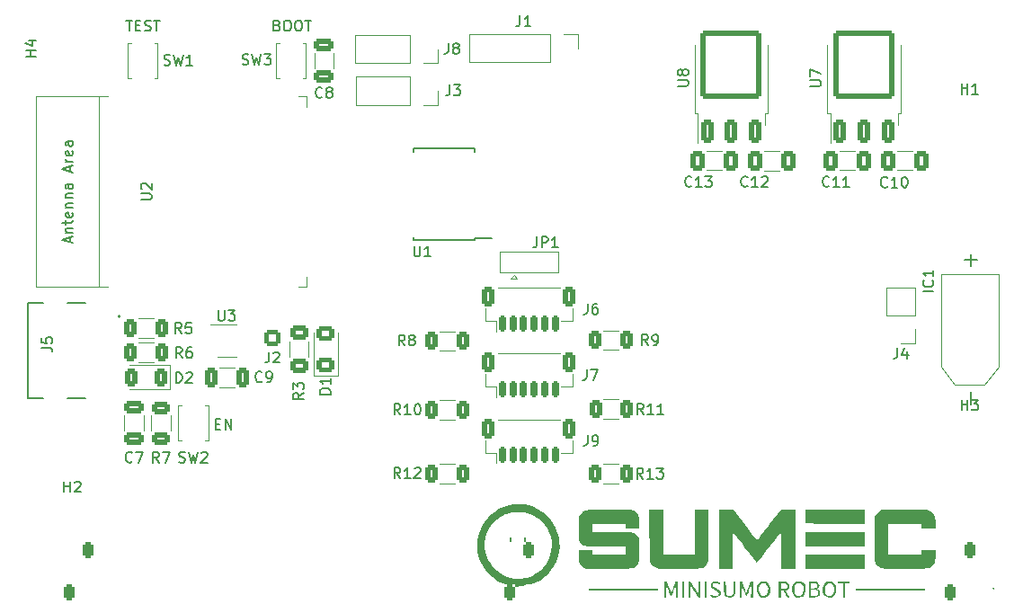
<source format=gto>
G04 #@! TF.GenerationSoftware,KiCad,Pcbnew,7.0.8*
G04 #@! TF.CreationDate,2023-10-29T22:23:11+01:00*
G04 #@! TF.ProjectId,sumec,73756d65-632e-46b6-9963-61645f706362,rev?*
G04 #@! TF.SameCoordinates,Original*
G04 #@! TF.FileFunction,Legend,Top*
G04 #@! TF.FilePolarity,Positive*
%FSLAX46Y46*%
G04 Gerber Fmt 4.6, Leading zero omitted, Abs format (unit mm)*
G04 Created by KiCad (PCBNEW 7.0.8) date 2023-10-29 22:23:11*
%MOMM*%
%LPD*%
G01*
G04 APERTURE LIST*
G04 Aperture macros list*
%AMRoundRect*
0 Rectangle with rounded corners*
0 $1 Rounding radius*
0 $2 $3 $4 $5 $6 $7 $8 $9 X,Y pos of 4 corners*
0 Add a 4 corners polygon primitive as box body*
4,1,4,$2,$3,$4,$5,$6,$7,$8,$9,$2,$3,0*
0 Add four circle primitives for the rounded corners*
1,1,$1+$1,$2,$3*
1,1,$1+$1,$4,$5*
1,1,$1+$1,$6,$7*
1,1,$1+$1,$8,$9*
0 Add four rect primitives between the rounded corners*
20,1,$1+$1,$2,$3,$4,$5,0*
20,1,$1+$1,$4,$5,$6,$7,0*
20,1,$1+$1,$6,$7,$8,$9,0*
20,1,$1+$1,$8,$9,$2,$3,0*%
%AMFreePoly0*
4,1,6,1.000000,0.000000,0.500000,-0.750000,-0.500000,-0.750000,-0.500000,0.750000,0.500000,0.750000,1.000000,0.000000,1.000000,0.000000,$1*%
G04 Aperture macros list end*
%ADD10C,0.150000*%
%ADD11C,0.020000*%
%ADD12C,0.120000*%
%ADD13C,0.127000*%
%ADD14C,0.200000*%
%ADD15C,0.010000*%
%ADD16C,5.700000*%
%ADD17RoundRect,0.250001X0.624999X-0.462499X0.624999X0.462499X-0.624999X0.462499X-0.624999X-0.462499X0*%
%ADD18RoundRect,0.250000X-0.312500X-0.625000X0.312500X-0.625000X0.312500X0.625000X-0.312500X0.625000X0*%
%ADD19RoundRect,0.250000X0.312500X0.625000X-0.312500X0.625000X-0.312500X-0.625000X0.312500X-0.625000X0*%
%ADD20RoundRect,0.250000X-0.550000X-0.550000X0.550000X-0.550000X0.550000X0.550000X-0.550000X0.550000X0*%
%ADD21R,1.750000X0.450000*%
%ADD22R,1.500000X1.500000*%
%ADD23FreePoly0,0.000000*%
%ADD24FreePoly0,180.000000*%
%ADD25R,1.700000X0.900000*%
%ADD26RoundRect,0.150000X-0.150000X-0.625000X0.150000X-0.625000X0.150000X0.625000X-0.150000X0.625000X0*%
%ADD27RoundRect,0.250000X-0.350000X-0.650000X0.350000X-0.650000X0.350000X0.650000X-0.350000X0.650000X0*%
%ADD28R,3.800000X3.800000*%
%ADD29C,3.800000*%
%ADD30RoundRect,0.250000X0.350000X-0.850000X0.350000X0.850000X-0.350000X0.850000X-0.350000X-0.850000X0*%
%ADD31RoundRect,0.249997X2.650003X-2.950003X2.650003X2.950003X-2.650003X2.950003X-2.650003X-2.950003X0*%
%ADD32R,1.700000X1.700000*%
%ADD33O,1.700000X1.700000*%
%ADD34R,0.900000X1.500000*%
%ADD35R,1.500000X0.900000*%
%ADD36R,0.900000X0.900000*%
%ADD37RoundRect,0.250000X-0.412500X-0.650000X0.412500X-0.650000X0.412500X0.650000X-0.412500X0.650000X0*%
%ADD38RoundRect,0.250000X0.375000X0.625000X-0.375000X0.625000X-0.375000X-0.625000X0.375000X-0.625000X0*%
%ADD39RoundRect,0.250000X0.650000X-0.325000X0.650000X0.325000X-0.650000X0.325000X-0.650000X-0.325000X0*%
%ADD40R,2.000000X0.650000*%
%ADD41RoundRect,0.250000X0.412500X0.650000X-0.412500X0.650000X-0.412500X-0.650000X0.412500X-0.650000X0*%
%ADD42RoundRect,0.250000X-0.325000X-0.650000X0.325000X-0.650000X0.325000X0.650000X-0.325000X0.650000X0*%
%ADD43RoundRect,0.250000X0.625000X-0.400000X0.625000X0.400000X-0.625000X0.400000X-0.625000X-0.400000X0*%
%ADD44RoundRect,0.250000X-0.625000X0.312500X-0.625000X-0.312500X0.625000X-0.312500X0.625000X0.312500X0*%
%ADD45RoundRect,0.250000X-0.650000X0.325000X-0.650000X-0.325000X0.650000X-0.325000X0.650000X0.325000X0*%
%ADD46C,0.600000*%
%ADD47O,2.204000X1.104000*%
%ADD48O,1.904000X1.104000*%
%ADD49RoundRect,0.275000X0.275000X0.525000X-0.275000X0.525000X-0.275000X-0.525000X0.275000X-0.525000X0*%
%ADD50O,1.100000X1.600000*%
G04 APERTURE END LIST*
D10*
X159554762Y-45619819D02*
X160126190Y-45619819D01*
X159840476Y-46619819D02*
X159840476Y-45619819D01*
X160459524Y-46096009D02*
X160792857Y-46096009D01*
X160935714Y-46619819D02*
X160459524Y-46619819D01*
X160459524Y-46619819D02*
X160459524Y-45619819D01*
X160459524Y-45619819D02*
X160935714Y-45619819D01*
X161316667Y-46572200D02*
X161459524Y-46619819D01*
X161459524Y-46619819D02*
X161697619Y-46619819D01*
X161697619Y-46619819D02*
X161792857Y-46572200D01*
X161792857Y-46572200D02*
X161840476Y-46524580D01*
X161840476Y-46524580D02*
X161888095Y-46429342D01*
X161888095Y-46429342D02*
X161888095Y-46334104D01*
X161888095Y-46334104D02*
X161840476Y-46238866D01*
X161840476Y-46238866D02*
X161792857Y-46191247D01*
X161792857Y-46191247D02*
X161697619Y-46143628D01*
X161697619Y-46143628D02*
X161507143Y-46096009D01*
X161507143Y-46096009D02*
X161411905Y-46048390D01*
X161411905Y-46048390D02*
X161364286Y-46000771D01*
X161364286Y-46000771D02*
X161316667Y-45905533D01*
X161316667Y-45905533D02*
X161316667Y-45810295D01*
X161316667Y-45810295D02*
X161364286Y-45715057D01*
X161364286Y-45715057D02*
X161411905Y-45667438D01*
X161411905Y-45667438D02*
X161507143Y-45619819D01*
X161507143Y-45619819D02*
X161745238Y-45619819D01*
X161745238Y-45619819D02*
X161888095Y-45667438D01*
X162173810Y-45619819D02*
X162745238Y-45619819D01*
X162459524Y-46619819D02*
X162459524Y-45619819D01*
X167994105Y-83674009D02*
X168327438Y-83674009D01*
X168470295Y-84197819D02*
X167994105Y-84197819D01*
X167994105Y-84197819D02*
X167994105Y-83197819D01*
X167994105Y-83197819D02*
X168470295Y-83197819D01*
X168898867Y-84197819D02*
X168898867Y-83197819D01*
X168898867Y-83197819D02*
X169470295Y-84197819D01*
X169470295Y-84197819D02*
X169470295Y-83197819D01*
D11*
G36*
X215894741Y-93984054D02*
G01*
X215901336Y-93990648D01*
X215849703Y-94046238D01*
X215798046Y-93990648D01*
X215804665Y-93984054D01*
X215849703Y-94032951D01*
X215894741Y-93984054D01*
G37*
G36*
X215865872Y-94058206D02*
G01*
X215865872Y-94072397D01*
X215851828Y-94072397D01*
X215851828Y-94058206D01*
X215865872Y-94058206D01*
G37*
G36*
X215815314Y-94058206D02*
G01*
X215815314Y-94072397D01*
X215801270Y-94072397D01*
X215801270Y-94058206D01*
X215815314Y-94058206D01*
G37*
G36*
X215868705Y-94087735D02*
G01*
X215870400Y-94087768D01*
X215872055Y-94087867D01*
X215873669Y-94088032D01*
X215875242Y-94088263D01*
X215876774Y-94088560D01*
X215878265Y-94088923D01*
X215879715Y-94089353D01*
X215881125Y-94089848D01*
X215882493Y-94090409D01*
X215883821Y-94091036D01*
X215885108Y-94091729D01*
X215886355Y-94092489D01*
X215887560Y-94093314D01*
X215888725Y-94094205D01*
X215889848Y-94095162D01*
X215890931Y-94096186D01*
X215891821Y-94097124D01*
X215892654Y-94098088D01*
X215893430Y-94099079D01*
X215894147Y-94100095D01*
X215894808Y-94101138D01*
X215895411Y-94102207D01*
X215895957Y-94103302D01*
X215896445Y-94104423D01*
X215896876Y-94105570D01*
X215897249Y-94106744D01*
X215897565Y-94107943D01*
X215897823Y-94109169D01*
X215898024Y-94110421D01*
X215898168Y-94111699D01*
X215898254Y-94113003D01*
X215898283Y-94114333D01*
X215898254Y-94115864D01*
X215898168Y-94117357D01*
X215898024Y-94118810D01*
X215897823Y-94120224D01*
X215897565Y-94121599D01*
X215897249Y-94122935D01*
X215896876Y-94124231D01*
X215896445Y-94125489D01*
X215895957Y-94126707D01*
X215895411Y-94127887D01*
X215894808Y-94129027D01*
X215894147Y-94130128D01*
X215893430Y-94131190D01*
X215892654Y-94132213D01*
X215891821Y-94133197D01*
X215890931Y-94134141D01*
X215890059Y-94134966D01*
X215889152Y-94135738D01*
X215888209Y-94136457D01*
X215887232Y-94137122D01*
X215886220Y-94137735D01*
X215885173Y-94138294D01*
X215884092Y-94138799D01*
X215882975Y-94139252D01*
X215881823Y-94139651D01*
X215880637Y-94139997D01*
X215879415Y-94140290D01*
X215878159Y-94140530D01*
X215876867Y-94140716D01*
X215875541Y-94140849D01*
X215874180Y-94140929D01*
X215872784Y-94140956D01*
X215871392Y-94140933D01*
X215870044Y-94140866D01*
X215868739Y-94140755D01*
X215867478Y-94140598D01*
X215866260Y-94140397D01*
X215865086Y-94140152D01*
X215863955Y-94139862D01*
X215862868Y-94139527D01*
X215861824Y-94139147D01*
X215860824Y-94138723D01*
X215859867Y-94138254D01*
X215858954Y-94137741D01*
X215858084Y-94137183D01*
X215857258Y-94136580D01*
X215856475Y-94135932D01*
X215855736Y-94135240D01*
X215855014Y-94134507D01*
X215854160Y-94133614D01*
X215853427Y-94132816D01*
X215852683Y-94131955D01*
X215852042Y-94131120D01*
X215851584Y-94130209D01*
X215851137Y-94131228D01*
X215850625Y-94132067D01*
X215849952Y-94132997D01*
X215849298Y-94133808D01*
X215848541Y-94134677D01*
X215847680Y-94135605D01*
X215846967Y-94136339D01*
X215846095Y-94137165D01*
X215845188Y-94137936D01*
X215844246Y-94138655D01*
X215843269Y-94139321D01*
X215842257Y-94139933D01*
X215841210Y-94140492D01*
X215840128Y-94140998D01*
X215839011Y-94141450D01*
X215837860Y-94141849D01*
X215836673Y-94142195D01*
X215835451Y-94142488D01*
X215834195Y-94142728D01*
X215832904Y-94142914D01*
X215831577Y-94143047D01*
X215830216Y-94143127D01*
X215828820Y-94143154D01*
X215827287Y-94143123D01*
X215825788Y-94143030D01*
X215824324Y-94142876D01*
X215822896Y-94142659D01*
X215821502Y-94142381D01*
X215820143Y-94142041D01*
X215818819Y-94141639D01*
X215817530Y-94141175D01*
X215816276Y-94140650D01*
X215815057Y-94140063D01*
X215813872Y-94139413D01*
X215812723Y-94138702D01*
X215811609Y-94137930D01*
X215810529Y-94137095D01*
X215809484Y-94136199D01*
X215808475Y-94135240D01*
X215807516Y-94134224D01*
X215806620Y-94133160D01*
X215805785Y-94132048D01*
X215805013Y-94130888D01*
X215804302Y-94129680D01*
X215803652Y-94128425D01*
X215803065Y-94127121D01*
X215802540Y-94125770D01*
X215802076Y-94124370D01*
X215801674Y-94122923D01*
X215801334Y-94121428D01*
X215801056Y-94119885D01*
X215800839Y-94118294D01*
X215800685Y-94116655D01*
X215800592Y-94114969D01*
X215800561Y-94113234D01*
X215800592Y-94111769D01*
X215800685Y-94110334D01*
X215800839Y-94108929D01*
X215801056Y-94107555D01*
X215801334Y-94106212D01*
X215801674Y-94104899D01*
X215802076Y-94103617D01*
X215802540Y-94102365D01*
X215803065Y-94101144D01*
X215803652Y-94099953D01*
X215804302Y-94098793D01*
X215805013Y-94097663D01*
X215805785Y-94096564D01*
X215806620Y-94095496D01*
X215807516Y-94094458D01*
X215808475Y-94093450D01*
X215809478Y-94092492D01*
X215810503Y-94091596D01*
X215811550Y-94090761D01*
X215812619Y-94089988D01*
X215813710Y-94089277D01*
X215814823Y-94088628D01*
X215815958Y-94088041D01*
X215817115Y-94087515D01*
X215818294Y-94087052D01*
X215819494Y-94086650D01*
X215820717Y-94086310D01*
X215821962Y-94086031D01*
X215823228Y-94085815D01*
X215824517Y-94085660D01*
X215825827Y-94085568D01*
X215827159Y-94085537D01*
X215832337Y-94085537D01*
X215832337Y-94099727D01*
X215827721Y-94099727D01*
X215826458Y-94099769D01*
X215825232Y-94099894D01*
X215824044Y-94100102D01*
X215822894Y-94100394D01*
X215821782Y-94100768D01*
X215820707Y-94101227D01*
X215819671Y-94101768D01*
X215818672Y-94102393D01*
X215817711Y-94103101D01*
X215816787Y-94103892D01*
X215816193Y-94104466D01*
X215815340Y-94105388D01*
X215814601Y-94106360D01*
X215813975Y-94107382D01*
X215813463Y-94108453D01*
X215813065Y-94109574D01*
X215812781Y-94110744D01*
X215812610Y-94111964D01*
X215812554Y-94113234D01*
X215812590Y-94114493D01*
X215812700Y-94115704D01*
X215812884Y-94116868D01*
X215813141Y-94117985D01*
X215813471Y-94119055D01*
X215813875Y-94120078D01*
X215814352Y-94121053D01*
X215814903Y-94121981D01*
X215815527Y-94122862D01*
X215816224Y-94123695D01*
X215816730Y-94124225D01*
X215817552Y-94124971D01*
X215818459Y-94125644D01*
X215819452Y-94126244D01*
X215820531Y-94126770D01*
X215821696Y-94127223D01*
X215822947Y-94127602D01*
X215824284Y-94127908D01*
X215825706Y-94128140D01*
X215826702Y-94128255D01*
X215827736Y-94128336D01*
X215828809Y-94128385D01*
X215829919Y-94128401D01*
X215831274Y-94128365D01*
X215832572Y-94128255D01*
X215833813Y-94128071D01*
X215834998Y-94127814D01*
X215836126Y-94127484D01*
X215837197Y-94127080D01*
X215838212Y-94126603D01*
X215839170Y-94126052D01*
X215840071Y-94125428D01*
X215840916Y-94124731D01*
X215841448Y-94124225D01*
X215842194Y-94123437D01*
X215842867Y-94122632D01*
X215843466Y-94121808D01*
X215843993Y-94120967D01*
X215844580Y-94119816D01*
X215845037Y-94118634D01*
X215845363Y-94117420D01*
X215845559Y-94116173D01*
X215845624Y-94114895D01*
X215845624Y-94109717D01*
X215856517Y-94109717D01*
X215856517Y-94113796D01*
X215856583Y-94114943D01*
X215856778Y-94116075D01*
X215857105Y-94117193D01*
X215857561Y-94118296D01*
X215858149Y-94119385D01*
X215858867Y-94120459D01*
X215859491Y-94121255D01*
X215860188Y-94122043D01*
X215860694Y-94122564D01*
X215861506Y-94123310D01*
X215862384Y-94123983D01*
X215863329Y-94124583D01*
X215864340Y-94125109D01*
X215865418Y-94125562D01*
X215866563Y-94125941D01*
X215867774Y-94126247D01*
X215869052Y-94126480D01*
X215870396Y-94126639D01*
X215871806Y-94126724D01*
X215872784Y-94126741D01*
X215874038Y-94126704D01*
X215875246Y-94126594D01*
X215876406Y-94126410D01*
X215877520Y-94126153D01*
X215878587Y-94125823D01*
X215879608Y-94125419D01*
X215880581Y-94124942D01*
X215881508Y-94124391D01*
X215882388Y-94123767D01*
X215883221Y-94123070D01*
X215883750Y-94122564D01*
X215884472Y-94121768D01*
X215885097Y-94120905D01*
X215885626Y-94119975D01*
X215886058Y-94118980D01*
X215886395Y-94117918D01*
X215886635Y-94116789D01*
X215886780Y-94115594D01*
X215886828Y-94114333D01*
X215886771Y-94113195D01*
X215886602Y-94112088D01*
X215886320Y-94111012D01*
X215885924Y-94109967D01*
X215885416Y-94108954D01*
X215884795Y-94107972D01*
X215884060Y-94107021D01*
X215883213Y-94106102D01*
X215882376Y-94105346D01*
X215881430Y-94104655D01*
X215880377Y-94104027D01*
X215879215Y-94103463D01*
X215877945Y-94102963D01*
X215876567Y-94102527D01*
X215875588Y-94102272D01*
X215874561Y-94102046D01*
X215873486Y-94101848D01*
X215872363Y-94101678D01*
X215871192Y-94101537D01*
X215869972Y-94101424D01*
X215868705Y-94101339D01*
X215868705Y-94087735D01*
G37*
G36*
X241294741Y-99064054D02*
G01*
X241301336Y-99070648D01*
X241249703Y-99126238D01*
X241198046Y-99070648D01*
X241204665Y-99064054D01*
X241249703Y-99112951D01*
X241294741Y-99064054D01*
G37*
G36*
X241265872Y-99138206D02*
G01*
X241265872Y-99152397D01*
X241251828Y-99152397D01*
X241251828Y-99138206D01*
X241265872Y-99138206D01*
G37*
G36*
X241215314Y-99138206D02*
G01*
X241215314Y-99152397D01*
X241201270Y-99152397D01*
X241201270Y-99138206D01*
X241215314Y-99138206D01*
G37*
G36*
X241268705Y-99167735D02*
G01*
X241270400Y-99167768D01*
X241272055Y-99167867D01*
X241273669Y-99168032D01*
X241275242Y-99168263D01*
X241276774Y-99168560D01*
X241278265Y-99168923D01*
X241279715Y-99169353D01*
X241281125Y-99169848D01*
X241282493Y-99170409D01*
X241283821Y-99171036D01*
X241285108Y-99171729D01*
X241286355Y-99172489D01*
X241287560Y-99173314D01*
X241288725Y-99174205D01*
X241289848Y-99175162D01*
X241290931Y-99176186D01*
X241291821Y-99177124D01*
X241292654Y-99178088D01*
X241293430Y-99179079D01*
X241294147Y-99180095D01*
X241294808Y-99181138D01*
X241295411Y-99182207D01*
X241295957Y-99183302D01*
X241296445Y-99184423D01*
X241296876Y-99185570D01*
X241297249Y-99186744D01*
X241297565Y-99187943D01*
X241297823Y-99189169D01*
X241298024Y-99190421D01*
X241298168Y-99191699D01*
X241298254Y-99193003D01*
X241298283Y-99194333D01*
X241298254Y-99195864D01*
X241298168Y-99197357D01*
X241298024Y-99198810D01*
X241297823Y-99200224D01*
X241297565Y-99201599D01*
X241297249Y-99202935D01*
X241296876Y-99204231D01*
X241296445Y-99205489D01*
X241295957Y-99206707D01*
X241295411Y-99207887D01*
X241294808Y-99209027D01*
X241294147Y-99210128D01*
X241293430Y-99211190D01*
X241292654Y-99212213D01*
X241291821Y-99213197D01*
X241290931Y-99214141D01*
X241290059Y-99214966D01*
X241289152Y-99215738D01*
X241288209Y-99216457D01*
X241287232Y-99217122D01*
X241286220Y-99217735D01*
X241285173Y-99218294D01*
X241284092Y-99218799D01*
X241282975Y-99219252D01*
X241281823Y-99219651D01*
X241280637Y-99219997D01*
X241279415Y-99220290D01*
X241278159Y-99220530D01*
X241276867Y-99220716D01*
X241275541Y-99220849D01*
X241274180Y-99220929D01*
X241272784Y-99220956D01*
X241271392Y-99220933D01*
X241270044Y-99220866D01*
X241268739Y-99220755D01*
X241267478Y-99220598D01*
X241266260Y-99220397D01*
X241265086Y-99220152D01*
X241263955Y-99219862D01*
X241262868Y-99219527D01*
X241261824Y-99219147D01*
X241260824Y-99218723D01*
X241259867Y-99218254D01*
X241258954Y-99217741D01*
X241258084Y-99217183D01*
X241257258Y-99216580D01*
X241256475Y-99215932D01*
X241255736Y-99215240D01*
X241255014Y-99214507D01*
X241254160Y-99213614D01*
X241253427Y-99212816D01*
X241252683Y-99211955D01*
X241252042Y-99211120D01*
X241251584Y-99210209D01*
X241251137Y-99211228D01*
X241250625Y-99212067D01*
X241249952Y-99212997D01*
X241249298Y-99213808D01*
X241248541Y-99214677D01*
X241247680Y-99215605D01*
X241246967Y-99216339D01*
X241246095Y-99217165D01*
X241245188Y-99217936D01*
X241244246Y-99218655D01*
X241243269Y-99219321D01*
X241242257Y-99219933D01*
X241241210Y-99220492D01*
X241240128Y-99220998D01*
X241239011Y-99221450D01*
X241237860Y-99221849D01*
X241236673Y-99222195D01*
X241235451Y-99222488D01*
X241234195Y-99222728D01*
X241232904Y-99222914D01*
X241231577Y-99223047D01*
X241230216Y-99223127D01*
X241228820Y-99223154D01*
X241227287Y-99223123D01*
X241225788Y-99223030D01*
X241224324Y-99222876D01*
X241222896Y-99222659D01*
X241221502Y-99222381D01*
X241220143Y-99222041D01*
X241218819Y-99221639D01*
X241217530Y-99221175D01*
X241216276Y-99220650D01*
X241215057Y-99220063D01*
X241213872Y-99219413D01*
X241212723Y-99218702D01*
X241211609Y-99217930D01*
X241210529Y-99217095D01*
X241209484Y-99216199D01*
X241208475Y-99215240D01*
X241207516Y-99214224D01*
X241206620Y-99213160D01*
X241205785Y-99212048D01*
X241205013Y-99210888D01*
X241204302Y-99209680D01*
X241203652Y-99208425D01*
X241203065Y-99207121D01*
X241202540Y-99205770D01*
X241202076Y-99204370D01*
X241201674Y-99202923D01*
X241201334Y-99201428D01*
X241201056Y-99199885D01*
X241200839Y-99198294D01*
X241200685Y-99196655D01*
X241200592Y-99194969D01*
X241200561Y-99193234D01*
X241200592Y-99191769D01*
X241200685Y-99190334D01*
X241200839Y-99188929D01*
X241201056Y-99187555D01*
X241201334Y-99186212D01*
X241201674Y-99184899D01*
X241202076Y-99183617D01*
X241202540Y-99182365D01*
X241203065Y-99181144D01*
X241203652Y-99179953D01*
X241204302Y-99178793D01*
X241205013Y-99177663D01*
X241205785Y-99176564D01*
X241206620Y-99175496D01*
X241207516Y-99174458D01*
X241208475Y-99173450D01*
X241209478Y-99172492D01*
X241210503Y-99171596D01*
X241211550Y-99170761D01*
X241212619Y-99169988D01*
X241213710Y-99169277D01*
X241214823Y-99168628D01*
X241215958Y-99168041D01*
X241217115Y-99167515D01*
X241218294Y-99167052D01*
X241219494Y-99166650D01*
X241220717Y-99166310D01*
X241221962Y-99166031D01*
X241223228Y-99165815D01*
X241224517Y-99165660D01*
X241225827Y-99165568D01*
X241227159Y-99165537D01*
X241232337Y-99165537D01*
X241232337Y-99179727D01*
X241227721Y-99179727D01*
X241226458Y-99179769D01*
X241225232Y-99179894D01*
X241224044Y-99180102D01*
X241222894Y-99180394D01*
X241221782Y-99180768D01*
X241220707Y-99181227D01*
X241219671Y-99181768D01*
X241218672Y-99182393D01*
X241217711Y-99183101D01*
X241216787Y-99183892D01*
X241216193Y-99184466D01*
X241215340Y-99185388D01*
X241214601Y-99186360D01*
X241213975Y-99187382D01*
X241213463Y-99188453D01*
X241213065Y-99189574D01*
X241212781Y-99190744D01*
X241212610Y-99191964D01*
X241212554Y-99193234D01*
X241212590Y-99194493D01*
X241212700Y-99195704D01*
X241212884Y-99196868D01*
X241213141Y-99197985D01*
X241213471Y-99199055D01*
X241213875Y-99200078D01*
X241214352Y-99201053D01*
X241214903Y-99201981D01*
X241215527Y-99202862D01*
X241216224Y-99203695D01*
X241216730Y-99204225D01*
X241217552Y-99204971D01*
X241218459Y-99205644D01*
X241219452Y-99206244D01*
X241220531Y-99206770D01*
X241221696Y-99207223D01*
X241222947Y-99207602D01*
X241224284Y-99207908D01*
X241225706Y-99208140D01*
X241226702Y-99208255D01*
X241227736Y-99208336D01*
X241228809Y-99208385D01*
X241229919Y-99208401D01*
X241231274Y-99208365D01*
X241232572Y-99208255D01*
X241233813Y-99208071D01*
X241234998Y-99207814D01*
X241236126Y-99207484D01*
X241237197Y-99207080D01*
X241238212Y-99206603D01*
X241239170Y-99206052D01*
X241240071Y-99205428D01*
X241240916Y-99204731D01*
X241241448Y-99204225D01*
X241242194Y-99203437D01*
X241242867Y-99202632D01*
X241243466Y-99201808D01*
X241243993Y-99200967D01*
X241244580Y-99199816D01*
X241245037Y-99198634D01*
X241245363Y-99197420D01*
X241245559Y-99196173D01*
X241245624Y-99194895D01*
X241245624Y-99189717D01*
X241256517Y-99189717D01*
X241256517Y-99193796D01*
X241256583Y-99194943D01*
X241256778Y-99196075D01*
X241257105Y-99197193D01*
X241257561Y-99198296D01*
X241258149Y-99199385D01*
X241258867Y-99200459D01*
X241259491Y-99201255D01*
X241260188Y-99202043D01*
X241260694Y-99202564D01*
X241261506Y-99203310D01*
X241262384Y-99203983D01*
X241263329Y-99204583D01*
X241264340Y-99205109D01*
X241265418Y-99205562D01*
X241266563Y-99205941D01*
X241267774Y-99206247D01*
X241269052Y-99206480D01*
X241270396Y-99206639D01*
X241271806Y-99206724D01*
X241272784Y-99206741D01*
X241274038Y-99206704D01*
X241275246Y-99206594D01*
X241276406Y-99206410D01*
X241277520Y-99206153D01*
X241278587Y-99205823D01*
X241279608Y-99205419D01*
X241280581Y-99204942D01*
X241281508Y-99204391D01*
X241282388Y-99203767D01*
X241283221Y-99203070D01*
X241283750Y-99202564D01*
X241284472Y-99201768D01*
X241285097Y-99200905D01*
X241285626Y-99199975D01*
X241286058Y-99198980D01*
X241286395Y-99197918D01*
X241286635Y-99196789D01*
X241286780Y-99195594D01*
X241286828Y-99194333D01*
X241286771Y-99193195D01*
X241286602Y-99192088D01*
X241286320Y-99191012D01*
X241285924Y-99189967D01*
X241285416Y-99188954D01*
X241284795Y-99187972D01*
X241284060Y-99187021D01*
X241283213Y-99186102D01*
X241282376Y-99185346D01*
X241281430Y-99184655D01*
X241280377Y-99184027D01*
X241279215Y-99183463D01*
X241277945Y-99182963D01*
X241276567Y-99182527D01*
X241275588Y-99182272D01*
X241274561Y-99182046D01*
X241273486Y-99181848D01*
X241272363Y-99181678D01*
X241271192Y-99181537D01*
X241269972Y-99181424D01*
X241268705Y-99181339D01*
X241268705Y-99167735D01*
G37*
D10*
X173792857Y-46096009D02*
X173935714Y-46143628D01*
X173935714Y-46143628D02*
X173983333Y-46191247D01*
X173983333Y-46191247D02*
X174030952Y-46286485D01*
X174030952Y-46286485D02*
X174030952Y-46429342D01*
X174030952Y-46429342D02*
X173983333Y-46524580D01*
X173983333Y-46524580D02*
X173935714Y-46572200D01*
X173935714Y-46572200D02*
X173840476Y-46619819D01*
X173840476Y-46619819D02*
X173459524Y-46619819D01*
X173459524Y-46619819D02*
X173459524Y-45619819D01*
X173459524Y-45619819D02*
X173792857Y-45619819D01*
X173792857Y-45619819D02*
X173888095Y-45667438D01*
X173888095Y-45667438D02*
X173935714Y-45715057D01*
X173935714Y-45715057D02*
X173983333Y-45810295D01*
X173983333Y-45810295D02*
X173983333Y-45905533D01*
X173983333Y-45905533D02*
X173935714Y-46000771D01*
X173935714Y-46000771D02*
X173888095Y-46048390D01*
X173888095Y-46048390D02*
X173792857Y-46096009D01*
X173792857Y-46096009D02*
X173459524Y-46096009D01*
X174650000Y-45619819D02*
X174840476Y-45619819D01*
X174840476Y-45619819D02*
X174935714Y-45667438D01*
X174935714Y-45667438D02*
X175030952Y-45762676D01*
X175030952Y-45762676D02*
X175078571Y-45953152D01*
X175078571Y-45953152D02*
X175078571Y-46286485D01*
X175078571Y-46286485D02*
X175030952Y-46476961D01*
X175030952Y-46476961D02*
X174935714Y-46572200D01*
X174935714Y-46572200D02*
X174840476Y-46619819D01*
X174840476Y-46619819D02*
X174650000Y-46619819D01*
X174650000Y-46619819D02*
X174554762Y-46572200D01*
X174554762Y-46572200D02*
X174459524Y-46476961D01*
X174459524Y-46476961D02*
X174411905Y-46286485D01*
X174411905Y-46286485D02*
X174411905Y-45953152D01*
X174411905Y-45953152D02*
X174459524Y-45762676D01*
X174459524Y-45762676D02*
X174554762Y-45667438D01*
X174554762Y-45667438D02*
X174650000Y-45619819D01*
X175697619Y-45619819D02*
X175888095Y-45619819D01*
X175888095Y-45619819D02*
X175983333Y-45667438D01*
X175983333Y-45667438D02*
X176078571Y-45762676D01*
X176078571Y-45762676D02*
X176126190Y-45953152D01*
X176126190Y-45953152D02*
X176126190Y-46286485D01*
X176126190Y-46286485D02*
X176078571Y-46476961D01*
X176078571Y-46476961D02*
X175983333Y-46572200D01*
X175983333Y-46572200D02*
X175888095Y-46619819D01*
X175888095Y-46619819D02*
X175697619Y-46619819D01*
X175697619Y-46619819D02*
X175602381Y-46572200D01*
X175602381Y-46572200D02*
X175507143Y-46476961D01*
X175507143Y-46476961D02*
X175459524Y-46286485D01*
X175459524Y-46286485D02*
X175459524Y-45953152D01*
X175459524Y-45953152D02*
X175507143Y-45762676D01*
X175507143Y-45762676D02*
X175602381Y-45667438D01*
X175602381Y-45667438D02*
X175697619Y-45619819D01*
X176411905Y-45619819D02*
X176983333Y-45619819D01*
X176697619Y-46619819D02*
X176697619Y-45619819D01*
X151104819Y-49011904D02*
X150104819Y-49011904D01*
X150581009Y-49011904D02*
X150581009Y-48440476D01*
X151104819Y-48440476D02*
X150104819Y-48440476D01*
X150438152Y-47535714D02*
X151104819Y-47535714D01*
X150057200Y-47773809D02*
X150771485Y-48011904D01*
X150771485Y-48011904D02*
X150771485Y-47392857D01*
X238238095Y-82354819D02*
X238238095Y-81354819D01*
X238238095Y-81831009D02*
X238809523Y-81831009D01*
X238809523Y-82354819D02*
X238809523Y-81354819D01*
X239190476Y-81354819D02*
X239809523Y-81354819D01*
X239809523Y-81354819D02*
X239476190Y-81735771D01*
X239476190Y-81735771D02*
X239619047Y-81735771D01*
X239619047Y-81735771D02*
X239714285Y-81783390D01*
X239714285Y-81783390D02*
X239761904Y-81831009D01*
X239761904Y-81831009D02*
X239809523Y-81926247D01*
X239809523Y-81926247D02*
X239809523Y-82164342D01*
X239809523Y-82164342D02*
X239761904Y-82259580D01*
X239761904Y-82259580D02*
X239714285Y-82307200D01*
X239714285Y-82307200D02*
X239619047Y-82354819D01*
X239619047Y-82354819D02*
X239333333Y-82354819D01*
X239333333Y-82354819D02*
X239238095Y-82307200D01*
X239238095Y-82307200D02*
X239190476Y-82259580D01*
X153738095Y-90054819D02*
X153738095Y-89054819D01*
X153738095Y-89531009D02*
X154309523Y-89531009D01*
X154309523Y-90054819D02*
X154309523Y-89054819D01*
X154738095Y-89150057D02*
X154785714Y-89102438D01*
X154785714Y-89102438D02*
X154880952Y-89054819D01*
X154880952Y-89054819D02*
X155119047Y-89054819D01*
X155119047Y-89054819D02*
X155214285Y-89102438D01*
X155214285Y-89102438D02*
X155261904Y-89150057D01*
X155261904Y-89150057D02*
X155309523Y-89245295D01*
X155309523Y-89245295D02*
X155309523Y-89340533D01*
X155309523Y-89340533D02*
X155261904Y-89483390D01*
X155261904Y-89483390D02*
X154690476Y-90054819D01*
X154690476Y-90054819D02*
X155309523Y-90054819D01*
X238238095Y-52554819D02*
X238238095Y-51554819D01*
X238238095Y-52031009D02*
X238809523Y-52031009D01*
X238809523Y-52554819D02*
X238809523Y-51554819D01*
X239809523Y-52554819D02*
X239238095Y-52554819D01*
X239523809Y-52554819D02*
X239523809Y-51554819D01*
X239523809Y-51554819D02*
X239428571Y-51697676D01*
X239428571Y-51697676D02*
X239333333Y-51792914D01*
X239333333Y-51792914D02*
X239238095Y-51840533D01*
X178804819Y-80838094D02*
X177804819Y-80838094D01*
X177804819Y-80838094D02*
X177804819Y-80599999D01*
X177804819Y-80599999D02*
X177852438Y-80457142D01*
X177852438Y-80457142D02*
X177947676Y-80361904D01*
X177947676Y-80361904D02*
X178042914Y-80314285D01*
X178042914Y-80314285D02*
X178233390Y-80266666D01*
X178233390Y-80266666D02*
X178376247Y-80266666D01*
X178376247Y-80266666D02*
X178566723Y-80314285D01*
X178566723Y-80314285D02*
X178661961Y-80361904D01*
X178661961Y-80361904D02*
X178757200Y-80457142D01*
X178757200Y-80457142D02*
X178804819Y-80599999D01*
X178804819Y-80599999D02*
X178804819Y-80838094D01*
X178804819Y-79314285D02*
X178804819Y-79885713D01*
X178804819Y-79599999D02*
X177804819Y-79599999D01*
X177804819Y-79599999D02*
X177947676Y-79695237D01*
X177947676Y-79695237D02*
X178042914Y-79790475D01*
X178042914Y-79790475D02*
X178090533Y-79885713D01*
X164788533Y-75105619D02*
X164455200Y-74629428D01*
X164217105Y-75105619D02*
X164217105Y-74105619D01*
X164217105Y-74105619D02*
X164598057Y-74105619D01*
X164598057Y-74105619D02*
X164693295Y-74153238D01*
X164693295Y-74153238D02*
X164740914Y-74200857D01*
X164740914Y-74200857D02*
X164788533Y-74296095D01*
X164788533Y-74296095D02*
X164788533Y-74438952D01*
X164788533Y-74438952D02*
X164740914Y-74534190D01*
X164740914Y-74534190D02*
X164693295Y-74581809D01*
X164693295Y-74581809D02*
X164598057Y-74629428D01*
X164598057Y-74629428D02*
X164217105Y-74629428D01*
X165693295Y-74105619D02*
X165217105Y-74105619D01*
X165217105Y-74105619D02*
X165169486Y-74581809D01*
X165169486Y-74581809D02*
X165217105Y-74534190D01*
X165217105Y-74534190D02*
X165312343Y-74486571D01*
X165312343Y-74486571D02*
X165550438Y-74486571D01*
X165550438Y-74486571D02*
X165645676Y-74534190D01*
X165645676Y-74534190D02*
X165693295Y-74581809D01*
X165693295Y-74581809D02*
X165740914Y-74677047D01*
X165740914Y-74677047D02*
X165740914Y-74915142D01*
X165740914Y-74915142D02*
X165693295Y-75010380D01*
X165693295Y-75010380D02*
X165645676Y-75058000D01*
X165645676Y-75058000D02*
X165550438Y-75105619D01*
X165550438Y-75105619D02*
X165312343Y-75105619D01*
X165312343Y-75105619D02*
X165217105Y-75058000D01*
X165217105Y-75058000D02*
X165169486Y-75010380D01*
X185386742Y-88745219D02*
X185053409Y-88269028D01*
X184815314Y-88745219D02*
X184815314Y-87745219D01*
X184815314Y-87745219D02*
X185196266Y-87745219D01*
X185196266Y-87745219D02*
X185291504Y-87792838D01*
X185291504Y-87792838D02*
X185339123Y-87840457D01*
X185339123Y-87840457D02*
X185386742Y-87935695D01*
X185386742Y-87935695D02*
X185386742Y-88078552D01*
X185386742Y-88078552D02*
X185339123Y-88173790D01*
X185339123Y-88173790D02*
X185291504Y-88221409D01*
X185291504Y-88221409D02*
X185196266Y-88269028D01*
X185196266Y-88269028D02*
X184815314Y-88269028D01*
X186339123Y-88745219D02*
X185767695Y-88745219D01*
X186053409Y-88745219D02*
X186053409Y-87745219D01*
X186053409Y-87745219D02*
X185958171Y-87888076D01*
X185958171Y-87888076D02*
X185862933Y-87983314D01*
X185862933Y-87983314D02*
X185767695Y-88030933D01*
X186720076Y-87840457D02*
X186767695Y-87792838D01*
X186767695Y-87792838D02*
X186862933Y-87745219D01*
X186862933Y-87745219D02*
X187101028Y-87745219D01*
X187101028Y-87745219D02*
X187196266Y-87792838D01*
X187196266Y-87792838D02*
X187243885Y-87840457D01*
X187243885Y-87840457D02*
X187291504Y-87935695D01*
X187291504Y-87935695D02*
X187291504Y-88030933D01*
X187291504Y-88030933D02*
X187243885Y-88173790D01*
X187243885Y-88173790D02*
X186672457Y-88745219D01*
X186672457Y-88745219D02*
X187291504Y-88745219D01*
X173016666Y-76854819D02*
X173016666Y-77569104D01*
X173016666Y-77569104D02*
X172969047Y-77711961D01*
X172969047Y-77711961D02*
X172873809Y-77807200D01*
X172873809Y-77807200D02*
X172730952Y-77854819D01*
X172730952Y-77854819D02*
X172635714Y-77854819D01*
X173445238Y-76950057D02*
X173492857Y-76902438D01*
X173492857Y-76902438D02*
X173588095Y-76854819D01*
X173588095Y-76854819D02*
X173826190Y-76854819D01*
X173826190Y-76854819D02*
X173921428Y-76902438D01*
X173921428Y-76902438D02*
X173969047Y-76950057D01*
X173969047Y-76950057D02*
X174016666Y-77045295D01*
X174016666Y-77045295D02*
X174016666Y-77140533D01*
X174016666Y-77140533D02*
X173969047Y-77283390D01*
X173969047Y-77283390D02*
X173397619Y-77854819D01*
X173397619Y-77854819D02*
X174016666Y-77854819D01*
X185812133Y-76248419D02*
X185478800Y-75772228D01*
X185240705Y-76248419D02*
X185240705Y-75248419D01*
X185240705Y-75248419D02*
X185621657Y-75248419D01*
X185621657Y-75248419D02*
X185716895Y-75296038D01*
X185716895Y-75296038D02*
X185764514Y-75343657D01*
X185764514Y-75343657D02*
X185812133Y-75438895D01*
X185812133Y-75438895D02*
X185812133Y-75581752D01*
X185812133Y-75581752D02*
X185764514Y-75676990D01*
X185764514Y-75676990D02*
X185716895Y-75724609D01*
X185716895Y-75724609D02*
X185621657Y-75772228D01*
X185621657Y-75772228D02*
X185240705Y-75772228D01*
X186383562Y-75676990D02*
X186288324Y-75629371D01*
X186288324Y-75629371D02*
X186240705Y-75581752D01*
X186240705Y-75581752D02*
X186193086Y-75486514D01*
X186193086Y-75486514D02*
X186193086Y-75438895D01*
X186193086Y-75438895D02*
X186240705Y-75343657D01*
X186240705Y-75343657D02*
X186288324Y-75296038D01*
X186288324Y-75296038D02*
X186383562Y-75248419D01*
X186383562Y-75248419D02*
X186574038Y-75248419D01*
X186574038Y-75248419D02*
X186669276Y-75296038D01*
X186669276Y-75296038D02*
X186716895Y-75343657D01*
X186716895Y-75343657D02*
X186764514Y-75438895D01*
X186764514Y-75438895D02*
X186764514Y-75486514D01*
X186764514Y-75486514D02*
X186716895Y-75581752D01*
X186716895Y-75581752D02*
X186669276Y-75629371D01*
X186669276Y-75629371D02*
X186574038Y-75676990D01*
X186574038Y-75676990D02*
X186383562Y-75676990D01*
X186383562Y-75676990D02*
X186288324Y-75724609D01*
X186288324Y-75724609D02*
X186240705Y-75772228D01*
X186240705Y-75772228D02*
X186193086Y-75867466D01*
X186193086Y-75867466D02*
X186193086Y-76057942D01*
X186193086Y-76057942D02*
X186240705Y-76153180D01*
X186240705Y-76153180D02*
X186288324Y-76200800D01*
X186288324Y-76200800D02*
X186383562Y-76248419D01*
X186383562Y-76248419D02*
X186574038Y-76248419D01*
X186574038Y-76248419D02*
X186669276Y-76200800D01*
X186669276Y-76200800D02*
X186716895Y-76153180D01*
X186716895Y-76153180D02*
X186764514Y-76057942D01*
X186764514Y-76057942D02*
X186764514Y-75867466D01*
X186764514Y-75867466D02*
X186716895Y-75772228D01*
X186716895Y-75772228D02*
X186669276Y-75724609D01*
X186669276Y-75724609D02*
X186574038Y-75676990D01*
X186690095Y-66866419D02*
X186690095Y-67675942D01*
X186690095Y-67675942D02*
X186737714Y-67771180D01*
X186737714Y-67771180D02*
X186785333Y-67818800D01*
X186785333Y-67818800D02*
X186880571Y-67866419D01*
X186880571Y-67866419D02*
X187071047Y-67866419D01*
X187071047Y-67866419D02*
X187166285Y-67818800D01*
X187166285Y-67818800D02*
X187213904Y-67771180D01*
X187213904Y-67771180D02*
X187261523Y-67675942D01*
X187261523Y-67675942D02*
X187261523Y-66866419D01*
X188261523Y-67866419D02*
X187690095Y-67866419D01*
X187975809Y-67866419D02*
X187975809Y-66866419D01*
X187975809Y-66866419D02*
X187880571Y-67009276D01*
X187880571Y-67009276D02*
X187785333Y-67104514D01*
X187785333Y-67104514D02*
X187690095Y-67152133D01*
X198251866Y-66002819D02*
X198251866Y-66717104D01*
X198251866Y-66717104D02*
X198204247Y-66859961D01*
X198204247Y-66859961D02*
X198109009Y-66955200D01*
X198109009Y-66955200D02*
X197966152Y-67002819D01*
X197966152Y-67002819D02*
X197870914Y-67002819D01*
X198728057Y-67002819D02*
X198728057Y-66002819D01*
X198728057Y-66002819D02*
X199109009Y-66002819D01*
X199109009Y-66002819D02*
X199204247Y-66050438D01*
X199204247Y-66050438D02*
X199251866Y-66098057D01*
X199251866Y-66098057D02*
X199299485Y-66193295D01*
X199299485Y-66193295D02*
X199299485Y-66336152D01*
X199299485Y-66336152D02*
X199251866Y-66431390D01*
X199251866Y-66431390D02*
X199204247Y-66479009D01*
X199204247Y-66479009D02*
X199109009Y-66526628D01*
X199109009Y-66526628D02*
X198728057Y-66526628D01*
X200251866Y-67002819D02*
X199680438Y-67002819D01*
X199966152Y-67002819D02*
X199966152Y-66002819D01*
X199966152Y-66002819D02*
X199870914Y-66145676D01*
X199870914Y-66145676D02*
X199775676Y-66240914D01*
X199775676Y-66240914D02*
X199680438Y-66288533D01*
X170516667Y-49757200D02*
X170659524Y-49804819D01*
X170659524Y-49804819D02*
X170897619Y-49804819D01*
X170897619Y-49804819D02*
X170992857Y-49757200D01*
X170992857Y-49757200D02*
X171040476Y-49709580D01*
X171040476Y-49709580D02*
X171088095Y-49614342D01*
X171088095Y-49614342D02*
X171088095Y-49519104D01*
X171088095Y-49519104D02*
X171040476Y-49423866D01*
X171040476Y-49423866D02*
X170992857Y-49376247D01*
X170992857Y-49376247D02*
X170897619Y-49328628D01*
X170897619Y-49328628D02*
X170707143Y-49281009D01*
X170707143Y-49281009D02*
X170611905Y-49233390D01*
X170611905Y-49233390D02*
X170564286Y-49185771D01*
X170564286Y-49185771D02*
X170516667Y-49090533D01*
X170516667Y-49090533D02*
X170516667Y-48995295D01*
X170516667Y-48995295D02*
X170564286Y-48900057D01*
X170564286Y-48900057D02*
X170611905Y-48852438D01*
X170611905Y-48852438D02*
X170707143Y-48804819D01*
X170707143Y-48804819D02*
X170945238Y-48804819D01*
X170945238Y-48804819D02*
X171088095Y-48852438D01*
X171421429Y-48804819D02*
X171659524Y-49804819D01*
X171659524Y-49804819D02*
X171850000Y-49090533D01*
X171850000Y-49090533D02*
X172040476Y-49804819D01*
X172040476Y-49804819D02*
X172278572Y-48804819D01*
X172564286Y-48804819D02*
X173183333Y-48804819D01*
X173183333Y-48804819D02*
X172850000Y-49185771D01*
X172850000Y-49185771D02*
X172992857Y-49185771D01*
X172992857Y-49185771D02*
X173088095Y-49233390D01*
X173088095Y-49233390D02*
X173135714Y-49281009D01*
X173135714Y-49281009D02*
X173183333Y-49376247D01*
X173183333Y-49376247D02*
X173183333Y-49614342D01*
X173183333Y-49614342D02*
X173135714Y-49709580D01*
X173135714Y-49709580D02*
X173088095Y-49757200D01*
X173088095Y-49757200D02*
X172992857Y-49804819D01*
X172992857Y-49804819D02*
X172707143Y-49804819D01*
X172707143Y-49804819D02*
X172611905Y-49757200D01*
X172611905Y-49757200D02*
X172564286Y-49709580D01*
X208284242Y-82722619D02*
X207950909Y-82246428D01*
X207712814Y-82722619D02*
X207712814Y-81722619D01*
X207712814Y-81722619D02*
X208093766Y-81722619D01*
X208093766Y-81722619D02*
X208189004Y-81770238D01*
X208189004Y-81770238D02*
X208236623Y-81817857D01*
X208236623Y-81817857D02*
X208284242Y-81913095D01*
X208284242Y-81913095D02*
X208284242Y-82055952D01*
X208284242Y-82055952D02*
X208236623Y-82151190D01*
X208236623Y-82151190D02*
X208189004Y-82198809D01*
X208189004Y-82198809D02*
X208093766Y-82246428D01*
X208093766Y-82246428D02*
X207712814Y-82246428D01*
X209236623Y-82722619D02*
X208665195Y-82722619D01*
X208950909Y-82722619D02*
X208950909Y-81722619D01*
X208950909Y-81722619D02*
X208855671Y-81865476D01*
X208855671Y-81865476D02*
X208760433Y-81960714D01*
X208760433Y-81960714D02*
X208665195Y-82008333D01*
X210189004Y-82722619D02*
X209617576Y-82722619D01*
X209903290Y-82722619D02*
X209903290Y-81722619D01*
X209903290Y-81722619D02*
X209808052Y-81865476D01*
X209808052Y-81865476D02*
X209712814Y-81960714D01*
X209712814Y-81960714D02*
X209617576Y-82008333D01*
X203019066Y-72302019D02*
X203019066Y-73016304D01*
X203019066Y-73016304D02*
X202971447Y-73159161D01*
X202971447Y-73159161D02*
X202876209Y-73254400D01*
X202876209Y-73254400D02*
X202733352Y-73302019D01*
X202733352Y-73302019D02*
X202638114Y-73302019D01*
X203923828Y-72302019D02*
X203733352Y-72302019D01*
X203733352Y-72302019D02*
X203638114Y-72349638D01*
X203638114Y-72349638D02*
X203590495Y-72397257D01*
X203590495Y-72397257D02*
X203495257Y-72540114D01*
X203495257Y-72540114D02*
X203447638Y-72730590D01*
X203447638Y-72730590D02*
X203447638Y-73111542D01*
X203447638Y-73111542D02*
X203495257Y-73206780D01*
X203495257Y-73206780D02*
X203542876Y-73254400D01*
X203542876Y-73254400D02*
X203638114Y-73302019D01*
X203638114Y-73302019D02*
X203828590Y-73302019D01*
X203828590Y-73302019D02*
X203923828Y-73254400D01*
X203923828Y-73254400D02*
X203971447Y-73206780D01*
X203971447Y-73206780D02*
X204019066Y-73111542D01*
X204019066Y-73111542D02*
X204019066Y-72873447D01*
X204019066Y-72873447D02*
X203971447Y-72778209D01*
X203971447Y-72778209D02*
X203923828Y-72730590D01*
X203923828Y-72730590D02*
X203828590Y-72682971D01*
X203828590Y-72682971D02*
X203638114Y-72682971D01*
X203638114Y-72682971D02*
X203542876Y-72730590D01*
X203542876Y-72730590D02*
X203495257Y-72778209D01*
X203495257Y-72778209D02*
X203447638Y-72873447D01*
X235608019Y-71156389D02*
X234608019Y-71156389D01*
X235512780Y-70108771D02*
X235560400Y-70156390D01*
X235560400Y-70156390D02*
X235608019Y-70299247D01*
X235608019Y-70299247D02*
X235608019Y-70394485D01*
X235608019Y-70394485D02*
X235560400Y-70537342D01*
X235560400Y-70537342D02*
X235465161Y-70632580D01*
X235465161Y-70632580D02*
X235369923Y-70680199D01*
X235369923Y-70680199D02*
X235179447Y-70727818D01*
X235179447Y-70727818D02*
X235036590Y-70727818D01*
X235036590Y-70727818D02*
X234846114Y-70680199D01*
X234846114Y-70680199D02*
X234750876Y-70632580D01*
X234750876Y-70632580D02*
X234655638Y-70537342D01*
X234655638Y-70537342D02*
X234608019Y-70394485D01*
X234608019Y-70394485D02*
X234608019Y-70299247D01*
X234608019Y-70299247D02*
X234655638Y-70156390D01*
X234655638Y-70156390D02*
X234703257Y-70108771D01*
X235608019Y-69156390D02*
X235608019Y-69727818D01*
X235608019Y-69442104D02*
X234608019Y-69442104D01*
X234608019Y-69442104D02*
X234750876Y-69537342D01*
X234750876Y-69537342D02*
X234846114Y-69632580D01*
X234846114Y-69632580D02*
X234893733Y-69727818D01*
X239128700Y-68772828D02*
X239128700Y-67629971D01*
X239700128Y-68201399D02*
X238557271Y-68201399D01*
X239128700Y-81772828D02*
X239128700Y-80629971D01*
X224012019Y-51815904D02*
X224821542Y-51815904D01*
X224821542Y-51815904D02*
X224916780Y-51768285D01*
X224916780Y-51768285D02*
X224964400Y-51720666D01*
X224964400Y-51720666D02*
X225012019Y-51625428D01*
X225012019Y-51625428D02*
X225012019Y-51434952D01*
X225012019Y-51434952D02*
X224964400Y-51339714D01*
X224964400Y-51339714D02*
X224916780Y-51292095D01*
X224916780Y-51292095D02*
X224821542Y-51244476D01*
X224821542Y-51244476D02*
X224012019Y-51244476D01*
X224012019Y-50863523D02*
X224012019Y-50196857D01*
X224012019Y-50196857D02*
X225012019Y-50625428D01*
X196662666Y-45170819D02*
X196662666Y-45885104D01*
X196662666Y-45885104D02*
X196615047Y-46027961D01*
X196615047Y-46027961D02*
X196519809Y-46123200D01*
X196519809Y-46123200D02*
X196376952Y-46170819D01*
X196376952Y-46170819D02*
X196281714Y-46170819D01*
X197662666Y-46170819D02*
X197091238Y-46170819D01*
X197376952Y-46170819D02*
X197376952Y-45170819D01*
X197376952Y-45170819D02*
X197281714Y-45313676D01*
X197281714Y-45313676D02*
X197186476Y-45408914D01*
X197186476Y-45408914D02*
X197091238Y-45456533D01*
X208722933Y-76224219D02*
X208389600Y-75748028D01*
X208151505Y-76224219D02*
X208151505Y-75224219D01*
X208151505Y-75224219D02*
X208532457Y-75224219D01*
X208532457Y-75224219D02*
X208627695Y-75271838D01*
X208627695Y-75271838D02*
X208675314Y-75319457D01*
X208675314Y-75319457D02*
X208722933Y-75414695D01*
X208722933Y-75414695D02*
X208722933Y-75557552D01*
X208722933Y-75557552D02*
X208675314Y-75652790D01*
X208675314Y-75652790D02*
X208627695Y-75700409D01*
X208627695Y-75700409D02*
X208532457Y-75748028D01*
X208532457Y-75748028D02*
X208151505Y-75748028D01*
X209199124Y-76224219D02*
X209389600Y-76224219D01*
X209389600Y-76224219D02*
X209484838Y-76176600D01*
X209484838Y-76176600D02*
X209532457Y-76128980D01*
X209532457Y-76128980D02*
X209627695Y-75986123D01*
X209627695Y-75986123D02*
X209675314Y-75795647D01*
X209675314Y-75795647D02*
X209675314Y-75414695D01*
X209675314Y-75414695D02*
X209627695Y-75319457D01*
X209627695Y-75319457D02*
X209580076Y-75271838D01*
X209580076Y-75271838D02*
X209484838Y-75224219D01*
X209484838Y-75224219D02*
X209294362Y-75224219D01*
X209294362Y-75224219D02*
X209199124Y-75271838D01*
X209199124Y-75271838D02*
X209151505Y-75319457D01*
X209151505Y-75319457D02*
X209103886Y-75414695D01*
X209103886Y-75414695D02*
X209103886Y-75652790D01*
X209103886Y-75652790D02*
X209151505Y-75748028D01*
X209151505Y-75748028D02*
X209199124Y-75795647D01*
X209199124Y-75795647D02*
X209294362Y-75843266D01*
X209294362Y-75843266D02*
X209484838Y-75843266D01*
X209484838Y-75843266D02*
X209580076Y-75795647D01*
X209580076Y-75795647D02*
X209627695Y-75748028D01*
X209627695Y-75748028D02*
X209675314Y-75652790D01*
X164831733Y-77416819D02*
X164498400Y-76940628D01*
X164260305Y-77416819D02*
X164260305Y-76416819D01*
X164260305Y-76416819D02*
X164641257Y-76416819D01*
X164641257Y-76416819D02*
X164736495Y-76464438D01*
X164736495Y-76464438D02*
X164784114Y-76512057D01*
X164784114Y-76512057D02*
X164831733Y-76607295D01*
X164831733Y-76607295D02*
X164831733Y-76750152D01*
X164831733Y-76750152D02*
X164784114Y-76845390D01*
X164784114Y-76845390D02*
X164736495Y-76893009D01*
X164736495Y-76893009D02*
X164641257Y-76940628D01*
X164641257Y-76940628D02*
X164260305Y-76940628D01*
X165688876Y-76416819D02*
X165498400Y-76416819D01*
X165498400Y-76416819D02*
X165403162Y-76464438D01*
X165403162Y-76464438D02*
X165355543Y-76512057D01*
X165355543Y-76512057D02*
X165260305Y-76654914D01*
X165260305Y-76654914D02*
X165212686Y-76845390D01*
X165212686Y-76845390D02*
X165212686Y-77226342D01*
X165212686Y-77226342D02*
X165260305Y-77321580D01*
X165260305Y-77321580D02*
X165307924Y-77369200D01*
X165307924Y-77369200D02*
X165403162Y-77416819D01*
X165403162Y-77416819D02*
X165593638Y-77416819D01*
X165593638Y-77416819D02*
X165688876Y-77369200D01*
X165688876Y-77369200D02*
X165736495Y-77321580D01*
X165736495Y-77321580D02*
X165784114Y-77226342D01*
X165784114Y-77226342D02*
X165784114Y-76988247D01*
X165784114Y-76988247D02*
X165736495Y-76893009D01*
X165736495Y-76893009D02*
X165688876Y-76845390D01*
X165688876Y-76845390D02*
X165593638Y-76797771D01*
X165593638Y-76797771D02*
X165403162Y-76797771D01*
X165403162Y-76797771D02*
X165307924Y-76845390D01*
X165307924Y-76845390D02*
X165260305Y-76893009D01*
X165260305Y-76893009D02*
X165212686Y-76988247D01*
X211515219Y-51805904D02*
X212324742Y-51805904D01*
X212324742Y-51805904D02*
X212419980Y-51758285D01*
X212419980Y-51758285D02*
X212467600Y-51710666D01*
X212467600Y-51710666D02*
X212515219Y-51615428D01*
X212515219Y-51615428D02*
X212515219Y-51424952D01*
X212515219Y-51424952D02*
X212467600Y-51329714D01*
X212467600Y-51329714D02*
X212419980Y-51282095D01*
X212419980Y-51282095D02*
X212324742Y-51234476D01*
X212324742Y-51234476D02*
X211515219Y-51234476D01*
X211943790Y-50615428D02*
X211896171Y-50710666D01*
X211896171Y-50710666D02*
X211848552Y-50758285D01*
X211848552Y-50758285D02*
X211753314Y-50805904D01*
X211753314Y-50805904D02*
X211705695Y-50805904D01*
X211705695Y-50805904D02*
X211610457Y-50758285D01*
X211610457Y-50758285D02*
X211562838Y-50710666D01*
X211562838Y-50710666D02*
X211515219Y-50615428D01*
X211515219Y-50615428D02*
X211515219Y-50424952D01*
X211515219Y-50424952D02*
X211562838Y-50329714D01*
X211562838Y-50329714D02*
X211610457Y-50282095D01*
X211610457Y-50282095D02*
X211705695Y-50234476D01*
X211705695Y-50234476D02*
X211753314Y-50234476D01*
X211753314Y-50234476D02*
X211848552Y-50282095D01*
X211848552Y-50282095D02*
X211896171Y-50329714D01*
X211896171Y-50329714D02*
X211943790Y-50424952D01*
X211943790Y-50424952D02*
X211943790Y-50615428D01*
X211943790Y-50615428D02*
X211991409Y-50710666D01*
X211991409Y-50710666D02*
X212039028Y-50758285D01*
X212039028Y-50758285D02*
X212134266Y-50805904D01*
X212134266Y-50805904D02*
X212324742Y-50805904D01*
X212324742Y-50805904D02*
X212419980Y-50758285D01*
X212419980Y-50758285D02*
X212467600Y-50710666D01*
X212467600Y-50710666D02*
X212515219Y-50615428D01*
X212515219Y-50615428D02*
X212515219Y-50424952D01*
X212515219Y-50424952D02*
X212467600Y-50329714D01*
X212467600Y-50329714D02*
X212419980Y-50282095D01*
X212419980Y-50282095D02*
X212324742Y-50234476D01*
X212324742Y-50234476D02*
X212134266Y-50234476D01*
X212134266Y-50234476D02*
X212039028Y-50282095D01*
X212039028Y-50282095D02*
X211991409Y-50329714D01*
X211991409Y-50329714D02*
X211943790Y-50424952D01*
X160954819Y-62511904D02*
X161764342Y-62511904D01*
X161764342Y-62511904D02*
X161859580Y-62464285D01*
X161859580Y-62464285D02*
X161907200Y-62416666D01*
X161907200Y-62416666D02*
X161954819Y-62321428D01*
X161954819Y-62321428D02*
X161954819Y-62130952D01*
X161954819Y-62130952D02*
X161907200Y-62035714D01*
X161907200Y-62035714D02*
X161859580Y-61988095D01*
X161859580Y-61988095D02*
X161764342Y-61940476D01*
X161764342Y-61940476D02*
X160954819Y-61940476D01*
X161050057Y-61511904D02*
X161002438Y-61464285D01*
X161002438Y-61464285D02*
X160954819Y-61369047D01*
X160954819Y-61369047D02*
X160954819Y-61130952D01*
X160954819Y-61130952D02*
X161002438Y-61035714D01*
X161002438Y-61035714D02*
X161050057Y-60988095D01*
X161050057Y-60988095D02*
X161145295Y-60940476D01*
X161145295Y-60940476D02*
X161240533Y-60940476D01*
X161240533Y-60940476D02*
X161383390Y-60988095D01*
X161383390Y-60988095D02*
X161954819Y-61559523D01*
X161954819Y-61559523D02*
X161954819Y-60940476D01*
X154253104Y-66511905D02*
X154253104Y-66035715D01*
X154538819Y-66607143D02*
X153538819Y-66273810D01*
X153538819Y-66273810D02*
X154538819Y-65940477D01*
X153872152Y-65607143D02*
X154538819Y-65607143D01*
X153967390Y-65607143D02*
X153919771Y-65559524D01*
X153919771Y-65559524D02*
X153872152Y-65464286D01*
X153872152Y-65464286D02*
X153872152Y-65321429D01*
X153872152Y-65321429D02*
X153919771Y-65226191D01*
X153919771Y-65226191D02*
X154015009Y-65178572D01*
X154015009Y-65178572D02*
X154538819Y-65178572D01*
X153872152Y-64845238D02*
X153872152Y-64464286D01*
X153538819Y-64702381D02*
X154395961Y-64702381D01*
X154395961Y-64702381D02*
X154491200Y-64654762D01*
X154491200Y-64654762D02*
X154538819Y-64559524D01*
X154538819Y-64559524D02*
X154538819Y-64464286D01*
X154491200Y-63750000D02*
X154538819Y-63845238D01*
X154538819Y-63845238D02*
X154538819Y-64035714D01*
X154538819Y-64035714D02*
X154491200Y-64130952D01*
X154491200Y-64130952D02*
X154395961Y-64178571D01*
X154395961Y-64178571D02*
X154015009Y-64178571D01*
X154015009Y-64178571D02*
X153919771Y-64130952D01*
X153919771Y-64130952D02*
X153872152Y-64035714D01*
X153872152Y-64035714D02*
X153872152Y-63845238D01*
X153872152Y-63845238D02*
X153919771Y-63750000D01*
X153919771Y-63750000D02*
X154015009Y-63702381D01*
X154015009Y-63702381D02*
X154110247Y-63702381D01*
X154110247Y-63702381D02*
X154205485Y-64178571D01*
X153872152Y-63273809D02*
X154538819Y-63273809D01*
X153967390Y-63273809D02*
X153919771Y-63226190D01*
X153919771Y-63226190D02*
X153872152Y-63130952D01*
X153872152Y-63130952D02*
X153872152Y-62988095D01*
X153872152Y-62988095D02*
X153919771Y-62892857D01*
X153919771Y-62892857D02*
X154015009Y-62845238D01*
X154015009Y-62845238D02*
X154538819Y-62845238D01*
X153872152Y-62369047D02*
X154538819Y-62369047D01*
X153967390Y-62369047D02*
X153919771Y-62321428D01*
X153919771Y-62321428D02*
X153872152Y-62226190D01*
X153872152Y-62226190D02*
X153872152Y-62083333D01*
X153872152Y-62083333D02*
X153919771Y-61988095D01*
X153919771Y-61988095D02*
X154015009Y-61940476D01*
X154015009Y-61940476D02*
X154538819Y-61940476D01*
X154538819Y-61035714D02*
X154015009Y-61035714D01*
X154015009Y-61035714D02*
X153919771Y-61083333D01*
X153919771Y-61083333D02*
X153872152Y-61178571D01*
X153872152Y-61178571D02*
X153872152Y-61369047D01*
X153872152Y-61369047D02*
X153919771Y-61464285D01*
X154491200Y-61035714D02*
X154538819Y-61130952D01*
X154538819Y-61130952D02*
X154538819Y-61369047D01*
X154538819Y-61369047D02*
X154491200Y-61464285D01*
X154491200Y-61464285D02*
X154395961Y-61511904D01*
X154395961Y-61511904D02*
X154300723Y-61511904D01*
X154300723Y-61511904D02*
X154205485Y-61464285D01*
X154205485Y-61464285D02*
X154157866Y-61369047D01*
X154157866Y-61369047D02*
X154157866Y-61130952D01*
X154157866Y-61130952D02*
X154110247Y-61035714D01*
X154253104Y-59845237D02*
X154253104Y-59369047D01*
X154538819Y-59940475D02*
X153538819Y-59607142D01*
X153538819Y-59607142D02*
X154538819Y-59273809D01*
X154538819Y-58940475D02*
X153872152Y-58940475D01*
X154062628Y-58940475D02*
X153967390Y-58892856D01*
X153967390Y-58892856D02*
X153919771Y-58845237D01*
X153919771Y-58845237D02*
X153872152Y-58749999D01*
X153872152Y-58749999D02*
X153872152Y-58654761D01*
X154491200Y-57940475D02*
X154538819Y-58035713D01*
X154538819Y-58035713D02*
X154538819Y-58226189D01*
X154538819Y-58226189D02*
X154491200Y-58321427D01*
X154491200Y-58321427D02*
X154395961Y-58369046D01*
X154395961Y-58369046D02*
X154015009Y-58369046D01*
X154015009Y-58369046D02*
X153919771Y-58321427D01*
X153919771Y-58321427D02*
X153872152Y-58226189D01*
X153872152Y-58226189D02*
X153872152Y-58035713D01*
X153872152Y-58035713D02*
X153919771Y-57940475D01*
X153919771Y-57940475D02*
X154015009Y-57892856D01*
X154015009Y-57892856D02*
X154110247Y-57892856D01*
X154110247Y-57892856D02*
X154205485Y-58369046D01*
X154538819Y-57035713D02*
X154015009Y-57035713D01*
X154015009Y-57035713D02*
X153919771Y-57083332D01*
X153919771Y-57083332D02*
X153872152Y-57178570D01*
X153872152Y-57178570D02*
X153872152Y-57369046D01*
X153872152Y-57369046D02*
X153919771Y-57464284D01*
X154491200Y-57035713D02*
X154538819Y-57130951D01*
X154538819Y-57130951D02*
X154538819Y-57369046D01*
X154538819Y-57369046D02*
X154491200Y-57464284D01*
X154491200Y-57464284D02*
X154395961Y-57511903D01*
X154395961Y-57511903D02*
X154300723Y-57511903D01*
X154300723Y-57511903D02*
X154205485Y-57464284D01*
X154205485Y-57464284D02*
X154157866Y-57369046D01*
X154157866Y-57369046D02*
X154157866Y-57130951D01*
X154157866Y-57130951D02*
X154110247Y-57035713D01*
X203019066Y-84697219D02*
X203019066Y-85411504D01*
X203019066Y-85411504D02*
X202971447Y-85554361D01*
X202971447Y-85554361D02*
X202876209Y-85649600D01*
X202876209Y-85649600D02*
X202733352Y-85697219D01*
X202733352Y-85697219D02*
X202638114Y-85697219D01*
X203542876Y-85697219D02*
X203733352Y-85697219D01*
X203733352Y-85697219D02*
X203828590Y-85649600D01*
X203828590Y-85649600D02*
X203876209Y-85601980D01*
X203876209Y-85601980D02*
X203971447Y-85459123D01*
X203971447Y-85459123D02*
X204019066Y-85268647D01*
X204019066Y-85268647D02*
X204019066Y-84887695D01*
X204019066Y-84887695D02*
X203971447Y-84792457D01*
X203971447Y-84792457D02*
X203923828Y-84744838D01*
X203923828Y-84744838D02*
X203828590Y-84697219D01*
X203828590Y-84697219D02*
X203638114Y-84697219D01*
X203638114Y-84697219D02*
X203542876Y-84744838D01*
X203542876Y-84744838D02*
X203495257Y-84792457D01*
X203495257Y-84792457D02*
X203447638Y-84887695D01*
X203447638Y-84887695D02*
X203447638Y-85125790D01*
X203447638Y-85125790D02*
X203495257Y-85221028D01*
X203495257Y-85221028D02*
X203542876Y-85268647D01*
X203542876Y-85268647D02*
X203638114Y-85316266D01*
X203638114Y-85316266D02*
X203828590Y-85316266D01*
X203828590Y-85316266D02*
X203923828Y-85268647D01*
X203923828Y-85268647D02*
X203971447Y-85221028D01*
X203971447Y-85221028D02*
X204019066Y-85125790D01*
X218101942Y-61217980D02*
X218054323Y-61265600D01*
X218054323Y-61265600D02*
X217911466Y-61313219D01*
X217911466Y-61313219D02*
X217816228Y-61313219D01*
X217816228Y-61313219D02*
X217673371Y-61265600D01*
X217673371Y-61265600D02*
X217578133Y-61170361D01*
X217578133Y-61170361D02*
X217530514Y-61075123D01*
X217530514Y-61075123D02*
X217482895Y-60884647D01*
X217482895Y-60884647D02*
X217482895Y-60741790D01*
X217482895Y-60741790D02*
X217530514Y-60551314D01*
X217530514Y-60551314D02*
X217578133Y-60456076D01*
X217578133Y-60456076D02*
X217673371Y-60360838D01*
X217673371Y-60360838D02*
X217816228Y-60313219D01*
X217816228Y-60313219D02*
X217911466Y-60313219D01*
X217911466Y-60313219D02*
X218054323Y-60360838D01*
X218054323Y-60360838D02*
X218101942Y-60408457D01*
X219054323Y-61313219D02*
X218482895Y-61313219D01*
X218768609Y-61313219D02*
X218768609Y-60313219D01*
X218768609Y-60313219D02*
X218673371Y-60456076D01*
X218673371Y-60456076D02*
X218578133Y-60551314D01*
X218578133Y-60551314D02*
X218482895Y-60598933D01*
X219435276Y-60408457D02*
X219482895Y-60360838D01*
X219482895Y-60360838D02*
X219578133Y-60313219D01*
X219578133Y-60313219D02*
X219816228Y-60313219D01*
X219816228Y-60313219D02*
X219911466Y-60360838D01*
X219911466Y-60360838D02*
X219959085Y-60408457D01*
X219959085Y-60408457D02*
X220006704Y-60503695D01*
X220006704Y-60503695D02*
X220006704Y-60598933D01*
X220006704Y-60598933D02*
X219959085Y-60741790D01*
X219959085Y-60741790D02*
X219387657Y-61313219D01*
X219387657Y-61313219D02*
X220006704Y-61313219D01*
X190026666Y-51704819D02*
X190026666Y-52419104D01*
X190026666Y-52419104D02*
X189979047Y-52561961D01*
X189979047Y-52561961D02*
X189883809Y-52657200D01*
X189883809Y-52657200D02*
X189740952Y-52704819D01*
X189740952Y-52704819D02*
X189645714Y-52704819D01*
X190407619Y-51704819D02*
X191026666Y-51704819D01*
X191026666Y-51704819D02*
X190693333Y-52085771D01*
X190693333Y-52085771D02*
X190836190Y-52085771D01*
X190836190Y-52085771D02*
X190931428Y-52133390D01*
X190931428Y-52133390D02*
X190979047Y-52181009D01*
X190979047Y-52181009D02*
X191026666Y-52276247D01*
X191026666Y-52276247D02*
X191026666Y-52514342D01*
X191026666Y-52514342D02*
X190979047Y-52609580D01*
X190979047Y-52609580D02*
X190931428Y-52657200D01*
X190931428Y-52657200D02*
X190836190Y-52704819D01*
X190836190Y-52704819D02*
X190550476Y-52704819D01*
X190550476Y-52704819D02*
X190455238Y-52657200D01*
X190455238Y-52657200D02*
X190407619Y-52609580D01*
X232203666Y-76486219D02*
X232203666Y-77200504D01*
X232203666Y-77200504D02*
X232156047Y-77343361D01*
X232156047Y-77343361D02*
X232060809Y-77438600D01*
X232060809Y-77438600D02*
X231917952Y-77486219D01*
X231917952Y-77486219D02*
X231822714Y-77486219D01*
X233108428Y-76819552D02*
X233108428Y-77486219D01*
X232870333Y-76438600D02*
X232632238Y-77152885D01*
X232632238Y-77152885D02*
X233251285Y-77152885D01*
X164260305Y-79753619D02*
X164260305Y-78753619D01*
X164260305Y-78753619D02*
X164498400Y-78753619D01*
X164498400Y-78753619D02*
X164641257Y-78801238D01*
X164641257Y-78801238D02*
X164736495Y-78896476D01*
X164736495Y-78896476D02*
X164784114Y-78991714D01*
X164784114Y-78991714D02*
X164831733Y-79182190D01*
X164831733Y-79182190D02*
X164831733Y-79325047D01*
X164831733Y-79325047D02*
X164784114Y-79515523D01*
X164784114Y-79515523D02*
X164736495Y-79610761D01*
X164736495Y-79610761D02*
X164641257Y-79706000D01*
X164641257Y-79706000D02*
X164498400Y-79753619D01*
X164498400Y-79753619D02*
X164260305Y-79753619D01*
X165212686Y-78848857D02*
X165260305Y-78801238D01*
X165260305Y-78801238D02*
X165355543Y-78753619D01*
X165355543Y-78753619D02*
X165593638Y-78753619D01*
X165593638Y-78753619D02*
X165688876Y-78801238D01*
X165688876Y-78801238D02*
X165736495Y-78848857D01*
X165736495Y-78848857D02*
X165784114Y-78944095D01*
X165784114Y-78944095D02*
X165784114Y-79039333D01*
X165784114Y-79039333D02*
X165736495Y-79182190D01*
X165736495Y-79182190D02*
X165165067Y-79753619D01*
X165165067Y-79753619D02*
X165784114Y-79753619D01*
X178033333Y-52834580D02*
X177985714Y-52882200D01*
X177985714Y-52882200D02*
X177842857Y-52929819D01*
X177842857Y-52929819D02*
X177747619Y-52929819D01*
X177747619Y-52929819D02*
X177604762Y-52882200D01*
X177604762Y-52882200D02*
X177509524Y-52786961D01*
X177509524Y-52786961D02*
X177461905Y-52691723D01*
X177461905Y-52691723D02*
X177414286Y-52501247D01*
X177414286Y-52501247D02*
X177414286Y-52358390D01*
X177414286Y-52358390D02*
X177461905Y-52167914D01*
X177461905Y-52167914D02*
X177509524Y-52072676D01*
X177509524Y-52072676D02*
X177604762Y-51977438D01*
X177604762Y-51977438D02*
X177747619Y-51929819D01*
X177747619Y-51929819D02*
X177842857Y-51929819D01*
X177842857Y-51929819D02*
X177985714Y-51977438D01*
X177985714Y-51977438D02*
X178033333Y-52025057D01*
X178604762Y-52358390D02*
X178509524Y-52310771D01*
X178509524Y-52310771D02*
X178461905Y-52263152D01*
X178461905Y-52263152D02*
X178414286Y-52167914D01*
X178414286Y-52167914D02*
X178414286Y-52120295D01*
X178414286Y-52120295D02*
X178461905Y-52025057D01*
X178461905Y-52025057D02*
X178509524Y-51977438D01*
X178509524Y-51977438D02*
X178604762Y-51929819D01*
X178604762Y-51929819D02*
X178795238Y-51929819D01*
X178795238Y-51929819D02*
X178890476Y-51977438D01*
X178890476Y-51977438D02*
X178938095Y-52025057D01*
X178938095Y-52025057D02*
X178985714Y-52120295D01*
X178985714Y-52120295D02*
X178985714Y-52167914D01*
X178985714Y-52167914D02*
X178938095Y-52263152D01*
X178938095Y-52263152D02*
X178890476Y-52310771D01*
X178890476Y-52310771D02*
X178795238Y-52358390D01*
X178795238Y-52358390D02*
X178604762Y-52358390D01*
X178604762Y-52358390D02*
X178509524Y-52406009D01*
X178509524Y-52406009D02*
X178461905Y-52453628D01*
X178461905Y-52453628D02*
X178414286Y-52548866D01*
X178414286Y-52548866D02*
X178414286Y-52739342D01*
X178414286Y-52739342D02*
X178461905Y-52834580D01*
X178461905Y-52834580D02*
X178509524Y-52882200D01*
X178509524Y-52882200D02*
X178604762Y-52929819D01*
X178604762Y-52929819D02*
X178795238Y-52929819D01*
X178795238Y-52929819D02*
X178890476Y-52882200D01*
X178890476Y-52882200D02*
X178938095Y-52834580D01*
X178938095Y-52834580D02*
X178985714Y-52739342D01*
X178985714Y-52739342D02*
X178985714Y-52548866D01*
X178985714Y-52548866D02*
X178938095Y-52453628D01*
X178938095Y-52453628D02*
X178890476Y-52406009D01*
X178890476Y-52406009D02*
X178795238Y-52358390D01*
X168249695Y-72911619D02*
X168249695Y-73721142D01*
X168249695Y-73721142D02*
X168297314Y-73816380D01*
X168297314Y-73816380D02*
X168344933Y-73864000D01*
X168344933Y-73864000D02*
X168440171Y-73911619D01*
X168440171Y-73911619D02*
X168630647Y-73911619D01*
X168630647Y-73911619D02*
X168725885Y-73864000D01*
X168725885Y-73864000D02*
X168773504Y-73816380D01*
X168773504Y-73816380D02*
X168821123Y-73721142D01*
X168821123Y-73721142D02*
X168821123Y-72911619D01*
X169202076Y-72911619D02*
X169821123Y-72911619D01*
X169821123Y-72911619D02*
X169487790Y-73292571D01*
X169487790Y-73292571D02*
X169630647Y-73292571D01*
X169630647Y-73292571D02*
X169725885Y-73340190D01*
X169725885Y-73340190D02*
X169773504Y-73387809D01*
X169773504Y-73387809D02*
X169821123Y-73483047D01*
X169821123Y-73483047D02*
X169821123Y-73721142D01*
X169821123Y-73721142D02*
X169773504Y-73816380D01*
X169773504Y-73816380D02*
X169725885Y-73864000D01*
X169725885Y-73864000D02*
X169630647Y-73911619D01*
X169630647Y-73911619D02*
X169344933Y-73911619D01*
X169344933Y-73911619D02*
X169249695Y-73864000D01*
X169249695Y-73864000D02*
X169202076Y-73816380D01*
X212818742Y-61217980D02*
X212771123Y-61265600D01*
X212771123Y-61265600D02*
X212628266Y-61313219D01*
X212628266Y-61313219D02*
X212533028Y-61313219D01*
X212533028Y-61313219D02*
X212390171Y-61265600D01*
X212390171Y-61265600D02*
X212294933Y-61170361D01*
X212294933Y-61170361D02*
X212247314Y-61075123D01*
X212247314Y-61075123D02*
X212199695Y-60884647D01*
X212199695Y-60884647D02*
X212199695Y-60741790D01*
X212199695Y-60741790D02*
X212247314Y-60551314D01*
X212247314Y-60551314D02*
X212294933Y-60456076D01*
X212294933Y-60456076D02*
X212390171Y-60360838D01*
X212390171Y-60360838D02*
X212533028Y-60313219D01*
X212533028Y-60313219D02*
X212628266Y-60313219D01*
X212628266Y-60313219D02*
X212771123Y-60360838D01*
X212771123Y-60360838D02*
X212818742Y-60408457D01*
X213771123Y-61313219D02*
X213199695Y-61313219D01*
X213485409Y-61313219D02*
X213485409Y-60313219D01*
X213485409Y-60313219D02*
X213390171Y-60456076D01*
X213390171Y-60456076D02*
X213294933Y-60551314D01*
X213294933Y-60551314D02*
X213199695Y-60598933D01*
X214104457Y-60313219D02*
X214723504Y-60313219D01*
X214723504Y-60313219D02*
X214390171Y-60694171D01*
X214390171Y-60694171D02*
X214533028Y-60694171D01*
X214533028Y-60694171D02*
X214628266Y-60741790D01*
X214628266Y-60741790D02*
X214675885Y-60789409D01*
X214675885Y-60789409D02*
X214723504Y-60884647D01*
X214723504Y-60884647D02*
X214723504Y-61122742D01*
X214723504Y-61122742D02*
X214675885Y-61217980D01*
X214675885Y-61217980D02*
X214628266Y-61265600D01*
X214628266Y-61265600D02*
X214533028Y-61313219D01*
X214533028Y-61313219D02*
X214247314Y-61313219D01*
X214247314Y-61313219D02*
X214152076Y-61265600D01*
X214152076Y-61265600D02*
X214104457Y-61217980D01*
X172358333Y-79600380D02*
X172310714Y-79648000D01*
X172310714Y-79648000D02*
X172167857Y-79695619D01*
X172167857Y-79695619D02*
X172072619Y-79695619D01*
X172072619Y-79695619D02*
X171929762Y-79648000D01*
X171929762Y-79648000D02*
X171834524Y-79552761D01*
X171834524Y-79552761D02*
X171786905Y-79457523D01*
X171786905Y-79457523D02*
X171739286Y-79267047D01*
X171739286Y-79267047D02*
X171739286Y-79124190D01*
X171739286Y-79124190D02*
X171786905Y-78933714D01*
X171786905Y-78933714D02*
X171834524Y-78838476D01*
X171834524Y-78838476D02*
X171929762Y-78743238D01*
X171929762Y-78743238D02*
X172072619Y-78695619D01*
X172072619Y-78695619D02*
X172167857Y-78695619D01*
X172167857Y-78695619D02*
X172310714Y-78743238D01*
X172310714Y-78743238D02*
X172358333Y-78790857D01*
X172834524Y-79695619D02*
X173025000Y-79695619D01*
X173025000Y-79695619D02*
X173120238Y-79648000D01*
X173120238Y-79648000D02*
X173167857Y-79600380D01*
X173167857Y-79600380D02*
X173263095Y-79457523D01*
X173263095Y-79457523D02*
X173310714Y-79267047D01*
X173310714Y-79267047D02*
X173310714Y-78886095D01*
X173310714Y-78886095D02*
X173263095Y-78790857D01*
X173263095Y-78790857D02*
X173215476Y-78743238D01*
X173215476Y-78743238D02*
X173120238Y-78695619D01*
X173120238Y-78695619D02*
X172929762Y-78695619D01*
X172929762Y-78695619D02*
X172834524Y-78743238D01*
X172834524Y-78743238D02*
X172786905Y-78790857D01*
X172786905Y-78790857D02*
X172739286Y-78886095D01*
X172739286Y-78886095D02*
X172739286Y-79124190D01*
X172739286Y-79124190D02*
X172786905Y-79219428D01*
X172786905Y-79219428D02*
X172834524Y-79267047D01*
X172834524Y-79267047D02*
X172929762Y-79314666D01*
X172929762Y-79314666D02*
X173120238Y-79314666D01*
X173120238Y-79314666D02*
X173215476Y-79267047D01*
X173215476Y-79267047D02*
X173263095Y-79219428D01*
X173263095Y-79219428D02*
X173310714Y-79124190D01*
X231259142Y-61268780D02*
X231211523Y-61316400D01*
X231211523Y-61316400D02*
X231068666Y-61364019D01*
X231068666Y-61364019D02*
X230973428Y-61364019D01*
X230973428Y-61364019D02*
X230830571Y-61316400D01*
X230830571Y-61316400D02*
X230735333Y-61221161D01*
X230735333Y-61221161D02*
X230687714Y-61125923D01*
X230687714Y-61125923D02*
X230640095Y-60935447D01*
X230640095Y-60935447D02*
X230640095Y-60792590D01*
X230640095Y-60792590D02*
X230687714Y-60602114D01*
X230687714Y-60602114D02*
X230735333Y-60506876D01*
X230735333Y-60506876D02*
X230830571Y-60411638D01*
X230830571Y-60411638D02*
X230973428Y-60364019D01*
X230973428Y-60364019D02*
X231068666Y-60364019D01*
X231068666Y-60364019D02*
X231211523Y-60411638D01*
X231211523Y-60411638D02*
X231259142Y-60459257D01*
X232211523Y-61364019D02*
X231640095Y-61364019D01*
X231925809Y-61364019D02*
X231925809Y-60364019D01*
X231925809Y-60364019D02*
X231830571Y-60506876D01*
X231830571Y-60506876D02*
X231735333Y-60602114D01*
X231735333Y-60602114D02*
X231640095Y-60649733D01*
X232830571Y-60364019D02*
X232925809Y-60364019D01*
X232925809Y-60364019D02*
X233021047Y-60411638D01*
X233021047Y-60411638D02*
X233068666Y-60459257D01*
X233068666Y-60459257D02*
X233116285Y-60554495D01*
X233116285Y-60554495D02*
X233163904Y-60744971D01*
X233163904Y-60744971D02*
X233163904Y-60983066D01*
X233163904Y-60983066D02*
X233116285Y-61173542D01*
X233116285Y-61173542D02*
X233068666Y-61268780D01*
X233068666Y-61268780D02*
X233021047Y-61316400D01*
X233021047Y-61316400D02*
X232925809Y-61364019D01*
X232925809Y-61364019D02*
X232830571Y-61364019D01*
X232830571Y-61364019D02*
X232735333Y-61316400D01*
X232735333Y-61316400D02*
X232687714Y-61268780D01*
X232687714Y-61268780D02*
X232640095Y-61173542D01*
X232640095Y-61173542D02*
X232592476Y-60983066D01*
X232592476Y-60983066D02*
X232592476Y-60744971D01*
X232592476Y-60744971D02*
X232640095Y-60554495D01*
X232640095Y-60554495D02*
X232687714Y-60459257D01*
X232687714Y-60459257D02*
X232735333Y-60411638D01*
X232735333Y-60411638D02*
X232830571Y-60364019D01*
X225772742Y-61217980D02*
X225725123Y-61265600D01*
X225725123Y-61265600D02*
X225582266Y-61313219D01*
X225582266Y-61313219D02*
X225487028Y-61313219D01*
X225487028Y-61313219D02*
X225344171Y-61265600D01*
X225344171Y-61265600D02*
X225248933Y-61170361D01*
X225248933Y-61170361D02*
X225201314Y-61075123D01*
X225201314Y-61075123D02*
X225153695Y-60884647D01*
X225153695Y-60884647D02*
X225153695Y-60741790D01*
X225153695Y-60741790D02*
X225201314Y-60551314D01*
X225201314Y-60551314D02*
X225248933Y-60456076D01*
X225248933Y-60456076D02*
X225344171Y-60360838D01*
X225344171Y-60360838D02*
X225487028Y-60313219D01*
X225487028Y-60313219D02*
X225582266Y-60313219D01*
X225582266Y-60313219D02*
X225725123Y-60360838D01*
X225725123Y-60360838D02*
X225772742Y-60408457D01*
X226725123Y-61313219D02*
X226153695Y-61313219D01*
X226439409Y-61313219D02*
X226439409Y-60313219D01*
X226439409Y-60313219D02*
X226344171Y-60456076D01*
X226344171Y-60456076D02*
X226248933Y-60551314D01*
X226248933Y-60551314D02*
X226153695Y-60598933D01*
X227677504Y-61313219D02*
X227106076Y-61313219D01*
X227391790Y-61313219D02*
X227391790Y-60313219D01*
X227391790Y-60313219D02*
X227296552Y-60456076D01*
X227296552Y-60456076D02*
X227201314Y-60551314D01*
X227201314Y-60551314D02*
X227106076Y-60598933D01*
X176304819Y-80716666D02*
X175828628Y-81049999D01*
X176304819Y-81288094D02*
X175304819Y-81288094D01*
X175304819Y-81288094D02*
X175304819Y-80907142D01*
X175304819Y-80907142D02*
X175352438Y-80811904D01*
X175352438Y-80811904D02*
X175400057Y-80764285D01*
X175400057Y-80764285D02*
X175495295Y-80716666D01*
X175495295Y-80716666D02*
X175638152Y-80716666D01*
X175638152Y-80716666D02*
X175733390Y-80764285D01*
X175733390Y-80764285D02*
X175781009Y-80811904D01*
X175781009Y-80811904D02*
X175828628Y-80907142D01*
X175828628Y-80907142D02*
X175828628Y-81288094D01*
X175304819Y-80383332D02*
X175304819Y-79764285D01*
X175304819Y-79764285D02*
X175685771Y-80097618D01*
X175685771Y-80097618D02*
X175685771Y-79954761D01*
X175685771Y-79954761D02*
X175733390Y-79859523D01*
X175733390Y-79859523D02*
X175781009Y-79811904D01*
X175781009Y-79811904D02*
X175876247Y-79764285D01*
X175876247Y-79764285D02*
X176114342Y-79764285D01*
X176114342Y-79764285D02*
X176209580Y-79811904D01*
X176209580Y-79811904D02*
X176257200Y-79859523D01*
X176257200Y-79859523D02*
X176304819Y-79954761D01*
X176304819Y-79954761D02*
X176304819Y-80240475D01*
X176304819Y-80240475D02*
X176257200Y-80335713D01*
X176257200Y-80335713D02*
X176209580Y-80383332D01*
X162672733Y-87273819D02*
X162339400Y-86797628D01*
X162101305Y-87273819D02*
X162101305Y-86273819D01*
X162101305Y-86273819D02*
X162482257Y-86273819D01*
X162482257Y-86273819D02*
X162577495Y-86321438D01*
X162577495Y-86321438D02*
X162625114Y-86369057D01*
X162625114Y-86369057D02*
X162672733Y-86464295D01*
X162672733Y-86464295D02*
X162672733Y-86607152D01*
X162672733Y-86607152D02*
X162625114Y-86702390D01*
X162625114Y-86702390D02*
X162577495Y-86750009D01*
X162577495Y-86750009D02*
X162482257Y-86797628D01*
X162482257Y-86797628D02*
X162101305Y-86797628D01*
X163006067Y-86273819D02*
X163672733Y-86273819D01*
X163672733Y-86273819D02*
X163244162Y-87273819D01*
X189911666Y-47779819D02*
X189911666Y-48494104D01*
X189911666Y-48494104D02*
X189864047Y-48636961D01*
X189864047Y-48636961D02*
X189768809Y-48732200D01*
X189768809Y-48732200D02*
X189625952Y-48779819D01*
X189625952Y-48779819D02*
X189530714Y-48779819D01*
X190530714Y-48208390D02*
X190435476Y-48160771D01*
X190435476Y-48160771D02*
X190387857Y-48113152D01*
X190387857Y-48113152D02*
X190340238Y-48017914D01*
X190340238Y-48017914D02*
X190340238Y-47970295D01*
X190340238Y-47970295D02*
X190387857Y-47875057D01*
X190387857Y-47875057D02*
X190435476Y-47827438D01*
X190435476Y-47827438D02*
X190530714Y-47779819D01*
X190530714Y-47779819D02*
X190721190Y-47779819D01*
X190721190Y-47779819D02*
X190816428Y-47827438D01*
X190816428Y-47827438D02*
X190864047Y-47875057D01*
X190864047Y-47875057D02*
X190911666Y-47970295D01*
X190911666Y-47970295D02*
X190911666Y-48017914D01*
X190911666Y-48017914D02*
X190864047Y-48113152D01*
X190864047Y-48113152D02*
X190816428Y-48160771D01*
X190816428Y-48160771D02*
X190721190Y-48208390D01*
X190721190Y-48208390D02*
X190530714Y-48208390D01*
X190530714Y-48208390D02*
X190435476Y-48256009D01*
X190435476Y-48256009D02*
X190387857Y-48303628D01*
X190387857Y-48303628D02*
X190340238Y-48398866D01*
X190340238Y-48398866D02*
X190340238Y-48589342D01*
X190340238Y-48589342D02*
X190387857Y-48684580D01*
X190387857Y-48684580D02*
X190435476Y-48732200D01*
X190435476Y-48732200D02*
X190530714Y-48779819D01*
X190530714Y-48779819D02*
X190721190Y-48779819D01*
X190721190Y-48779819D02*
X190816428Y-48732200D01*
X190816428Y-48732200D02*
X190864047Y-48684580D01*
X190864047Y-48684580D02*
X190911666Y-48589342D01*
X190911666Y-48589342D02*
X190911666Y-48398866D01*
X190911666Y-48398866D02*
X190864047Y-48303628D01*
X190864047Y-48303628D02*
X190816428Y-48256009D01*
X190816428Y-48256009D02*
X190721190Y-48208390D01*
X160132733Y-87178580D02*
X160085114Y-87226200D01*
X160085114Y-87226200D02*
X159942257Y-87273819D01*
X159942257Y-87273819D02*
X159847019Y-87273819D01*
X159847019Y-87273819D02*
X159704162Y-87226200D01*
X159704162Y-87226200D02*
X159608924Y-87130961D01*
X159608924Y-87130961D02*
X159561305Y-87035723D01*
X159561305Y-87035723D02*
X159513686Y-86845247D01*
X159513686Y-86845247D02*
X159513686Y-86702390D01*
X159513686Y-86702390D02*
X159561305Y-86511914D01*
X159561305Y-86511914D02*
X159608924Y-86416676D01*
X159608924Y-86416676D02*
X159704162Y-86321438D01*
X159704162Y-86321438D02*
X159847019Y-86273819D01*
X159847019Y-86273819D02*
X159942257Y-86273819D01*
X159942257Y-86273819D02*
X160085114Y-86321438D01*
X160085114Y-86321438D02*
X160132733Y-86369057D01*
X160466067Y-86273819D02*
X161132733Y-86273819D01*
X161132733Y-86273819D02*
X160704162Y-87273819D01*
X202968266Y-78499619D02*
X202968266Y-79213904D01*
X202968266Y-79213904D02*
X202920647Y-79356761D01*
X202920647Y-79356761D02*
X202825409Y-79452000D01*
X202825409Y-79452000D02*
X202682552Y-79499619D01*
X202682552Y-79499619D02*
X202587314Y-79499619D01*
X203349219Y-78499619D02*
X204015885Y-78499619D01*
X204015885Y-78499619D02*
X203587314Y-79499619D01*
X163157067Y-49807200D02*
X163299924Y-49854819D01*
X163299924Y-49854819D02*
X163538019Y-49854819D01*
X163538019Y-49854819D02*
X163633257Y-49807200D01*
X163633257Y-49807200D02*
X163680876Y-49759580D01*
X163680876Y-49759580D02*
X163728495Y-49664342D01*
X163728495Y-49664342D02*
X163728495Y-49569104D01*
X163728495Y-49569104D02*
X163680876Y-49473866D01*
X163680876Y-49473866D02*
X163633257Y-49426247D01*
X163633257Y-49426247D02*
X163538019Y-49378628D01*
X163538019Y-49378628D02*
X163347543Y-49331009D01*
X163347543Y-49331009D02*
X163252305Y-49283390D01*
X163252305Y-49283390D02*
X163204686Y-49235771D01*
X163204686Y-49235771D02*
X163157067Y-49140533D01*
X163157067Y-49140533D02*
X163157067Y-49045295D01*
X163157067Y-49045295D02*
X163204686Y-48950057D01*
X163204686Y-48950057D02*
X163252305Y-48902438D01*
X163252305Y-48902438D02*
X163347543Y-48854819D01*
X163347543Y-48854819D02*
X163585638Y-48854819D01*
X163585638Y-48854819D02*
X163728495Y-48902438D01*
X164061829Y-48854819D02*
X164299924Y-49854819D01*
X164299924Y-49854819D02*
X164490400Y-49140533D01*
X164490400Y-49140533D02*
X164680876Y-49854819D01*
X164680876Y-49854819D02*
X164918972Y-48854819D01*
X165823733Y-49854819D02*
X165252305Y-49854819D01*
X165538019Y-49854819D02*
X165538019Y-48854819D01*
X165538019Y-48854819D02*
X165442781Y-48997676D01*
X165442781Y-48997676D02*
X165347543Y-49092914D01*
X165347543Y-49092914D02*
X165252305Y-49140533D01*
X208246742Y-88796019D02*
X207913409Y-88319828D01*
X207675314Y-88796019D02*
X207675314Y-87796019D01*
X207675314Y-87796019D02*
X208056266Y-87796019D01*
X208056266Y-87796019D02*
X208151504Y-87843638D01*
X208151504Y-87843638D02*
X208199123Y-87891257D01*
X208199123Y-87891257D02*
X208246742Y-87986495D01*
X208246742Y-87986495D02*
X208246742Y-88129352D01*
X208246742Y-88129352D02*
X208199123Y-88224590D01*
X208199123Y-88224590D02*
X208151504Y-88272209D01*
X208151504Y-88272209D02*
X208056266Y-88319828D01*
X208056266Y-88319828D02*
X207675314Y-88319828D01*
X209199123Y-88796019D02*
X208627695Y-88796019D01*
X208913409Y-88796019D02*
X208913409Y-87796019D01*
X208913409Y-87796019D02*
X208818171Y-87938876D01*
X208818171Y-87938876D02*
X208722933Y-88034114D01*
X208722933Y-88034114D02*
X208627695Y-88081733D01*
X209532457Y-87796019D02*
X210151504Y-87796019D01*
X210151504Y-87796019D02*
X209818171Y-88176971D01*
X209818171Y-88176971D02*
X209961028Y-88176971D01*
X209961028Y-88176971D02*
X210056266Y-88224590D01*
X210056266Y-88224590D02*
X210103885Y-88272209D01*
X210103885Y-88272209D02*
X210151504Y-88367447D01*
X210151504Y-88367447D02*
X210151504Y-88605542D01*
X210151504Y-88605542D02*
X210103885Y-88700780D01*
X210103885Y-88700780D02*
X210056266Y-88748400D01*
X210056266Y-88748400D02*
X209961028Y-88796019D01*
X209961028Y-88796019D02*
X209675314Y-88796019D01*
X209675314Y-88796019D02*
X209580076Y-88748400D01*
X209580076Y-88748400D02*
X209532457Y-88700780D01*
X185386742Y-82750819D02*
X185053409Y-82274628D01*
X184815314Y-82750819D02*
X184815314Y-81750819D01*
X184815314Y-81750819D02*
X185196266Y-81750819D01*
X185196266Y-81750819D02*
X185291504Y-81798438D01*
X185291504Y-81798438D02*
X185339123Y-81846057D01*
X185339123Y-81846057D02*
X185386742Y-81941295D01*
X185386742Y-81941295D02*
X185386742Y-82084152D01*
X185386742Y-82084152D02*
X185339123Y-82179390D01*
X185339123Y-82179390D02*
X185291504Y-82227009D01*
X185291504Y-82227009D02*
X185196266Y-82274628D01*
X185196266Y-82274628D02*
X184815314Y-82274628D01*
X186339123Y-82750819D02*
X185767695Y-82750819D01*
X186053409Y-82750819D02*
X186053409Y-81750819D01*
X186053409Y-81750819D02*
X185958171Y-81893676D01*
X185958171Y-81893676D02*
X185862933Y-81988914D01*
X185862933Y-81988914D02*
X185767695Y-82036533D01*
X186958171Y-81750819D02*
X187053409Y-81750819D01*
X187053409Y-81750819D02*
X187148647Y-81798438D01*
X187148647Y-81798438D02*
X187196266Y-81846057D01*
X187196266Y-81846057D02*
X187243885Y-81941295D01*
X187243885Y-81941295D02*
X187291504Y-82131771D01*
X187291504Y-82131771D02*
X187291504Y-82369866D01*
X187291504Y-82369866D02*
X187243885Y-82560342D01*
X187243885Y-82560342D02*
X187196266Y-82655580D01*
X187196266Y-82655580D02*
X187148647Y-82703200D01*
X187148647Y-82703200D02*
X187053409Y-82750819D01*
X187053409Y-82750819D02*
X186958171Y-82750819D01*
X186958171Y-82750819D02*
X186862933Y-82703200D01*
X186862933Y-82703200D02*
X186815314Y-82655580D01*
X186815314Y-82655580D02*
X186767695Y-82560342D01*
X186767695Y-82560342D02*
X186720076Y-82369866D01*
X186720076Y-82369866D02*
X186720076Y-82131771D01*
X186720076Y-82131771D02*
X186767695Y-81941295D01*
X186767695Y-81941295D02*
X186815314Y-81846057D01*
X186815314Y-81846057D02*
X186862933Y-81798438D01*
X186862933Y-81798438D02*
X186958171Y-81750819D01*
X151612819Y-76466333D02*
X152327104Y-76466333D01*
X152327104Y-76466333D02*
X152469961Y-76513952D01*
X152469961Y-76513952D02*
X152565200Y-76609190D01*
X152565200Y-76609190D02*
X152612819Y-76752047D01*
X152612819Y-76752047D02*
X152612819Y-76847285D01*
X151612819Y-75513952D02*
X151612819Y-75990142D01*
X151612819Y-75990142D02*
X152089009Y-76037761D01*
X152089009Y-76037761D02*
X152041390Y-75990142D01*
X152041390Y-75990142D02*
X151993771Y-75894904D01*
X151993771Y-75894904D02*
X151993771Y-75656809D01*
X151993771Y-75656809D02*
X152041390Y-75561571D01*
X152041390Y-75561571D02*
X152089009Y-75513952D01*
X152089009Y-75513952D02*
X152184247Y-75466333D01*
X152184247Y-75466333D02*
X152422342Y-75466333D01*
X152422342Y-75466333D02*
X152517580Y-75513952D01*
X152517580Y-75513952D02*
X152565200Y-75561571D01*
X152565200Y-75561571D02*
X152612819Y-75656809D01*
X152612819Y-75656809D02*
X152612819Y-75894904D01*
X152612819Y-75894904D02*
X152565200Y-75990142D01*
X152565200Y-75990142D02*
X152517580Y-76037761D01*
X164554067Y-87226200D02*
X164696924Y-87273819D01*
X164696924Y-87273819D02*
X164935019Y-87273819D01*
X164935019Y-87273819D02*
X165030257Y-87226200D01*
X165030257Y-87226200D02*
X165077876Y-87178580D01*
X165077876Y-87178580D02*
X165125495Y-87083342D01*
X165125495Y-87083342D02*
X165125495Y-86988104D01*
X165125495Y-86988104D02*
X165077876Y-86892866D01*
X165077876Y-86892866D02*
X165030257Y-86845247D01*
X165030257Y-86845247D02*
X164935019Y-86797628D01*
X164935019Y-86797628D02*
X164744543Y-86750009D01*
X164744543Y-86750009D02*
X164649305Y-86702390D01*
X164649305Y-86702390D02*
X164601686Y-86654771D01*
X164601686Y-86654771D02*
X164554067Y-86559533D01*
X164554067Y-86559533D02*
X164554067Y-86464295D01*
X164554067Y-86464295D02*
X164601686Y-86369057D01*
X164601686Y-86369057D02*
X164649305Y-86321438D01*
X164649305Y-86321438D02*
X164744543Y-86273819D01*
X164744543Y-86273819D02*
X164982638Y-86273819D01*
X164982638Y-86273819D02*
X165125495Y-86321438D01*
X165458829Y-86273819D02*
X165696924Y-87273819D01*
X165696924Y-87273819D02*
X165887400Y-86559533D01*
X165887400Y-86559533D02*
X166077876Y-87273819D01*
X166077876Y-87273819D02*
X166315972Y-86273819D01*
X166649305Y-86369057D02*
X166696924Y-86321438D01*
X166696924Y-86321438D02*
X166792162Y-86273819D01*
X166792162Y-86273819D02*
X167030257Y-86273819D01*
X167030257Y-86273819D02*
X167125495Y-86321438D01*
X167125495Y-86321438D02*
X167173114Y-86369057D01*
X167173114Y-86369057D02*
X167220733Y-86464295D01*
X167220733Y-86464295D02*
X167220733Y-86559533D01*
X167220733Y-86559533D02*
X167173114Y-86702390D01*
X167173114Y-86702390D02*
X166601686Y-87273819D01*
X166601686Y-87273819D02*
X167220733Y-87273819D01*
D12*
X177215000Y-79060000D02*
X179485000Y-79060000D01*
X179485000Y-79060000D02*
X179485000Y-75000000D01*
X177215000Y-75000000D02*
X177215000Y-79060000D01*
X160722936Y-73690000D02*
X162177064Y-73690000D01*
X160722936Y-75510000D02*
X162177064Y-75510000D01*
X190514564Y-89235000D02*
X189060436Y-89235000D01*
X190514564Y-87415000D02*
X189060436Y-87415000D01*
G36*
X195829275Y-95071961D02*
G01*
X195829275Y-95830925D01*
X195744946Y-95830925D01*
X195660617Y-95830925D01*
X195660617Y-95071961D01*
X195660617Y-94312997D01*
X195744946Y-94312997D01*
X195829275Y-94312997D01*
X195829275Y-95071961D01*
G37*
G36*
X197178545Y-95071961D02*
G01*
X197178545Y-95830925D01*
X197094216Y-95830925D01*
X197009886Y-95830925D01*
X197009886Y-95071961D01*
X197009886Y-94312997D01*
X197094216Y-94312997D01*
X197178545Y-94312997D01*
X197178545Y-95071961D01*
G37*
G36*
X209693020Y-99220965D02*
G01*
X209693020Y-99305294D01*
X206421042Y-99305294D01*
X203149063Y-99305294D01*
X203149063Y-99220965D01*
X203149063Y-99136635D01*
X206421042Y-99136635D01*
X209693020Y-99136635D01*
X209693020Y-99220965D01*
G37*
G36*
X212121706Y-99220965D02*
G01*
X212121706Y-99979929D01*
X212037376Y-99979929D01*
X211953047Y-99979929D01*
X211953047Y-99220965D01*
X211953047Y-98462001D01*
X212037376Y-98462001D01*
X212121706Y-98462001D01*
X212121706Y-99220965D01*
G37*
G36*
X214213074Y-99220965D02*
G01*
X214213074Y-99979929D01*
X214128744Y-99979929D01*
X214044415Y-99979929D01*
X214044415Y-99220965D01*
X214044415Y-98462001D01*
X214128744Y-98462001D01*
X214213074Y-98462001D01*
X214213074Y-99220965D01*
G37*
G36*
X229114798Y-96632054D02*
G01*
X229123959Y-97281390D01*
X226322768Y-97281390D01*
X223521577Y-97281390D01*
X223530738Y-96632054D01*
X223539900Y-95982718D01*
X226322768Y-95982718D01*
X229105637Y-95982718D01*
X229114798Y-96632054D01*
G37*
G36*
X229122503Y-94498326D02*
G01*
X229122503Y-95156290D01*
X226322040Y-95156290D01*
X223521577Y-95156290D01*
X223530738Y-94506954D01*
X223539900Y-93857618D01*
X226331201Y-93848990D01*
X229122503Y-93840362D01*
X229122503Y-94498326D01*
G37*
G36*
X234823167Y-99220965D02*
G01*
X234823167Y-99305294D01*
X231551188Y-99305294D01*
X228279209Y-99305294D01*
X228279209Y-99220965D01*
X228279209Y-99136635D01*
X231551188Y-99136635D01*
X234823167Y-99136635D01*
X234823167Y-99220965D01*
G37*
G36*
X227705769Y-98546330D02*
G01*
X227702297Y-98590387D01*
X227682080Y-98615602D01*
X227630418Y-98627225D01*
X227532610Y-98630506D01*
X227469647Y-98630659D01*
X227233525Y-98630659D01*
X227233525Y-99305294D01*
X227233525Y-99979929D01*
X227149196Y-99979929D01*
X227064866Y-99979929D01*
X227064866Y-99305294D01*
X227064866Y-98630659D01*
X226828744Y-98630659D01*
X226705383Y-98629419D01*
X226634781Y-98622199D01*
X226602238Y-98603748D01*
X226593052Y-98568817D01*
X226592622Y-98546330D01*
X226592622Y-98462001D01*
X227149196Y-98462001D01*
X227705769Y-98462001D01*
X227705769Y-98546330D01*
G37*
G36*
X229122503Y-92373422D02*
G01*
X229122503Y-93031191D01*
X226345256Y-93031191D01*
X225918285Y-93030924D01*
X225510817Y-93030150D01*
X225127882Y-93028910D01*
X224774511Y-93027244D01*
X224455736Y-93025192D01*
X224176586Y-93022795D01*
X223942093Y-93020093D01*
X223757289Y-93017127D01*
X223627203Y-93013937D01*
X223556866Y-93010563D01*
X223545522Y-93008703D01*
X223538463Y-92969401D01*
X223532313Y-92873541D01*
X223527443Y-92732025D01*
X223524226Y-92555754D01*
X223523034Y-92355632D01*
X223523034Y-92350934D01*
X223523034Y-91715653D01*
X226322768Y-91715653D01*
X229122503Y-91715653D01*
X229122503Y-92373422D01*
G37*
G36*
X215958691Y-98468193D02*
G01*
X216051453Y-98478866D01*
X216068783Y-99052306D01*
X216076179Y-99246008D01*
X216085680Y-99419084D01*
X216096370Y-99558997D01*
X216107335Y-99653209D01*
X216115035Y-99686024D01*
X216188863Y-99769230D01*
X216302090Y-99821963D01*
X216431687Y-99839327D01*
X216554627Y-99816427D01*
X216604085Y-99789996D01*
X216665002Y-99736620D01*
X216710215Y-99667207D01*
X216741854Y-99571836D01*
X216762047Y-99440584D01*
X216772925Y-99263528D01*
X216776619Y-99030745D01*
X216776686Y-98985926D01*
X216776686Y-98462001D01*
X216861015Y-98462001D01*
X216945345Y-98462001D01*
X216944604Y-99027007D01*
X216943342Y-99243766D01*
X216939446Y-99405324D01*
X216931770Y-99523928D01*
X216919170Y-99611825D01*
X216900500Y-99681260D01*
X216878279Y-99736513D01*
X216784946Y-99865919D01*
X216648995Y-99957305D01*
X216486905Y-100005198D01*
X216315152Y-100004124D01*
X216186380Y-99966351D01*
X216083826Y-99909922D01*
X216005032Y-99836671D01*
X215947141Y-99737860D01*
X215907293Y-99604746D01*
X215882629Y-99428589D01*
X215870292Y-99200647D01*
X215867409Y-98991035D01*
X215865929Y-98457520D01*
X215958691Y-98468193D01*
G37*
G36*
X219805081Y-98490855D02*
G01*
X219970987Y-98576497D01*
X220099689Y-98717543D01*
X220189668Y-98912608D01*
X220218071Y-99022178D01*
X220240453Y-99254908D01*
X220212202Y-99468861D01*
X220139521Y-99656832D01*
X220028615Y-99811619D01*
X219885685Y-99926019D01*
X219716935Y-99992827D01*
X219528568Y-100004842D01*
X219394415Y-99978633D01*
X219235818Y-99897379D01*
X219110780Y-99762312D01*
X219023112Y-99580166D01*
X218976624Y-99357677D01*
X218974369Y-99313708D01*
X219149545Y-99313708D01*
X219195306Y-99512507D01*
X219276200Y-99669258D01*
X219384897Y-99778961D01*
X219514068Y-99836618D01*
X219656384Y-99837229D01*
X219804516Y-99775794D01*
X219815987Y-99768325D01*
X219921283Y-99660439D01*
X219993029Y-99510791D01*
X220031181Y-99335436D01*
X220035691Y-99150429D01*
X220006515Y-98971825D01*
X219943605Y-98815680D01*
X219846917Y-98698047D01*
X219819109Y-98677610D01*
X219723287Y-98638794D01*
X219602002Y-98619918D01*
X219580725Y-98619415D01*
X219478735Y-98627346D01*
X219404153Y-98660959D01*
X219325266Y-98734984D01*
X219320294Y-98740388D01*
X219208799Y-98910383D01*
X219151201Y-99111854D01*
X219149545Y-99313708D01*
X218974369Y-99313708D01*
X218969990Y-99228314D01*
X218990657Y-98972321D01*
X219054305Y-98768297D01*
X219161013Y-98616147D01*
X219310860Y-98515773D01*
X219503927Y-98467079D01*
X219603488Y-98462001D01*
X219805081Y-98490855D01*
G37*
G36*
X223119586Y-98486158D02*
G01*
X223292433Y-98559304D01*
X223421201Y-98682452D01*
X223506762Y-98856614D01*
X223549987Y-99082802D01*
X223556025Y-99222250D01*
X223538266Y-99456967D01*
X223480502Y-99645489D01*
X223378145Y-99799042D01*
X223284716Y-99886062D01*
X223141918Y-99962415D01*
X222968956Y-100000278D01*
X222794099Y-99994878D01*
X222730338Y-99979654D01*
X222579442Y-99898867D01*
X222454349Y-99766181D01*
X222360545Y-99594029D01*
X222303514Y-99394843D01*
X222296127Y-99287944D01*
X222491025Y-99287944D01*
X222508413Y-99454646D01*
X222548202Y-99587791D01*
X222555355Y-99601939D01*
X222659532Y-99733453D01*
X222794310Y-99814146D01*
X222945475Y-99839189D01*
X223098811Y-99803749D01*
X223119597Y-99793709D01*
X223233342Y-99698004D01*
X223314626Y-99549582D01*
X223359875Y-99356691D01*
X223368257Y-99220050D01*
X223361787Y-99060918D01*
X223337848Y-98945709D01*
X223302840Y-98869393D01*
X223189465Y-98727711D01*
X223055743Y-98642955D01*
X222912756Y-98615703D01*
X222771584Y-98646537D01*
X222643308Y-98736038D01*
X222568959Y-98830934D01*
X222521730Y-98951645D01*
X222495608Y-99112129D01*
X222491025Y-99287944D01*
X222296127Y-99287944D01*
X222288740Y-99181056D01*
X222307943Y-99022178D01*
X222378885Y-98805218D01*
X222489282Y-98638218D01*
X222635450Y-98524655D01*
X222813706Y-98468003D01*
X222901789Y-98462001D01*
X223119586Y-98486158D01*
G37*
G36*
X211514534Y-99218828D02*
G01*
X211514534Y-99979929D01*
X211427526Y-99979929D01*
X211340518Y-99979929D01*
X211351630Y-99358633D01*
X211354541Y-99163303D01*
X211355944Y-98994414D01*
X211355846Y-98862224D01*
X211354253Y-98776992D01*
X211351183Y-98748965D01*
X211336302Y-98782918D01*
X211302377Y-98869617D01*
X211253461Y-98998419D01*
X211193605Y-99158682D01*
X211143517Y-99294364D01*
X211067193Y-99494857D01*
X211000456Y-99655854D01*
X210946555Y-99770153D01*
X210908738Y-99830554D01*
X210898224Y-99838162D01*
X210870872Y-99821023D01*
X210831838Y-99757370D01*
X210778890Y-99642462D01*
X210709792Y-99471557D01*
X210644043Y-99298454D01*
X210439045Y-98748720D01*
X210437082Y-99364325D01*
X210435119Y-99979929D01*
X210350789Y-99979929D01*
X210266460Y-99979929D01*
X210266460Y-99220965D01*
X210266460Y-98462001D01*
X210377589Y-98462001D01*
X210488719Y-98462001D01*
X210687387Y-99017984D01*
X210752560Y-99196602D01*
X210810861Y-99349298D01*
X210858349Y-99466308D01*
X210891077Y-99537865D01*
X210904485Y-99555539D01*
X210921460Y-99519110D01*
X210956737Y-99429995D01*
X211006166Y-99299125D01*
X211065600Y-99137433D01*
X211112285Y-99007988D01*
X211182235Y-98813578D01*
X211234622Y-98673561D01*
X211274476Y-98578759D01*
X211306826Y-98519997D01*
X211336703Y-98488100D01*
X211369136Y-98473890D01*
X211408096Y-98468296D01*
X211514534Y-98457726D01*
X211514534Y-99218828D01*
G37*
G36*
X225977887Y-98482999D02*
G01*
X226153925Y-98553914D01*
X226292567Y-98676455D01*
X226390347Y-98846338D01*
X226443799Y-99059279D01*
X226449497Y-99310448D01*
X226407581Y-99532055D01*
X226320196Y-99720839D01*
X226194347Y-99869013D01*
X226037043Y-99968786D01*
X225855292Y-100012372D01*
X225816792Y-100013661D01*
X225712191Y-99997894D01*
X225590856Y-99958204D01*
X225545925Y-99937764D01*
X225382207Y-99819157D01*
X225265885Y-99654240D01*
X225198316Y-99446011D01*
X225182505Y-99220965D01*
X225378279Y-99220965D01*
X225392887Y-99423594D01*
X225440614Y-99579858D01*
X225527315Y-99705105D01*
X225582963Y-99757426D01*
X225669606Y-99819087D01*
X225751287Y-99840378D01*
X225841907Y-99835737D01*
X225951043Y-99810830D01*
X226041818Y-99769231D01*
X226059047Y-99756229D01*
X226159507Y-99625697D01*
X226225320Y-99454643D01*
X226253945Y-99261878D01*
X226242839Y-99066215D01*
X226189460Y-98886466D01*
X226179408Y-98865496D01*
X226077543Y-98723322D01*
X225949842Y-98637603D01*
X225806716Y-98611024D01*
X225658575Y-98646268D01*
X225561300Y-98706119D01*
X225462115Y-98818932D01*
X225402169Y-98974060D01*
X225378805Y-99178975D01*
X225378279Y-99220965D01*
X225182505Y-99220965D01*
X225180854Y-99197471D01*
X225183945Y-99136635D01*
X225223620Y-98898410D01*
X225305357Y-98712772D01*
X225429602Y-98579211D01*
X225596802Y-98497216D01*
X225767918Y-98467993D01*
X225977887Y-98482999D01*
G37*
G36*
X218509866Y-98468627D02*
G01*
X218615066Y-98478866D01*
X218624144Y-99229398D01*
X218633222Y-99979929D01*
X218526598Y-99979929D01*
X218419975Y-99979929D01*
X218436689Y-99347459D01*
X218441272Y-99152100D01*
X218444081Y-98984797D01*
X218445046Y-98855246D01*
X218444099Y-98773138D01*
X218441171Y-98748168D01*
X218440922Y-98748720D01*
X218331899Y-99042500D01*
X218243292Y-99278819D01*
X218172598Y-99463669D01*
X218117317Y-99603039D01*
X218074945Y-99702921D01*
X218042982Y-99769306D01*
X218018926Y-99808185D01*
X218000274Y-99825548D01*
X217990158Y-99828136D01*
X217957487Y-99796895D01*
X217906970Y-99702771D01*
X217838328Y-99545163D01*
X217751282Y-99323467D01*
X217731706Y-99271562D01*
X217522981Y-98714989D01*
X217543044Y-99347459D01*
X217563107Y-99979929D01*
X217455971Y-99979929D01*
X217348835Y-99979929D01*
X217357913Y-99229398D01*
X217366991Y-98478866D01*
X217472677Y-98468590D01*
X217551898Y-98471370D01*
X217595274Y-98511824D01*
X217612908Y-98552920D01*
X217636968Y-98619391D01*
X217678346Y-98734304D01*
X217731624Y-98882584D01*
X217791381Y-99049157D01*
X217803222Y-99082197D01*
X217861734Y-99243779D01*
X217913372Y-99383233D01*
X217953340Y-99487834D01*
X217976842Y-99544856D01*
X217979655Y-99550303D01*
X217996982Y-99531218D01*
X218032457Y-99457756D01*
X218082137Y-99339282D01*
X218142078Y-99185161D01*
X218202493Y-99021062D01*
X218404667Y-98458387D01*
X218509866Y-98468627D01*
G37*
G36*
X213605902Y-99218619D02*
G01*
X213605902Y-99979929D01*
X213513140Y-99979922D01*
X213478662Y-99975656D01*
X213444912Y-99957751D01*
X213406361Y-99918531D01*
X213357482Y-99850323D01*
X213292745Y-99745455D01*
X213206623Y-99596252D01*
X213099926Y-99406390D01*
X212998641Y-99225571D01*
X212906978Y-99062786D01*
X212830630Y-98928076D01*
X212775290Y-98831482D01*
X212746649Y-98783045D01*
X212745743Y-98781643D01*
X212733079Y-98789893D01*
X212724746Y-98860625D01*
X212720691Y-98995176D01*
X212720862Y-99194883D01*
X212723123Y-99355175D01*
X212734235Y-99979929D01*
X212647227Y-99979929D01*
X212560218Y-99979929D01*
X212560218Y-99220965D01*
X212560218Y-98462001D01*
X212643770Y-98462001D01*
X212674980Y-98462680D01*
X212702203Y-98469471D01*
X212730532Y-98489506D01*
X212765063Y-98529915D01*
X212810890Y-98597830D01*
X212873108Y-98700381D01*
X212956810Y-98844701D01*
X213067092Y-99037920D01*
X213113681Y-99119770D01*
X213209957Y-99288823D01*
X213295797Y-99439404D01*
X213365133Y-99560878D01*
X213411898Y-99642613D01*
X213428778Y-99671900D01*
X213437236Y-99654924D01*
X213444520Y-99580002D01*
X213450197Y-99456650D01*
X213453831Y-99294380D01*
X213454989Y-99102707D01*
X213454983Y-99098461D01*
X213454877Y-98880241D01*
X213456000Y-98720238D01*
X213459451Y-98609205D01*
X213466332Y-98537894D01*
X213477743Y-98497058D01*
X213494784Y-98477452D01*
X213518556Y-98469827D01*
X213530006Y-98468087D01*
X213605902Y-98457308D01*
X213605902Y-99218619D01*
G37*
G36*
X210165265Y-93840752D02*
G01*
X210165265Y-95965852D01*
X211649461Y-95965852D01*
X213133658Y-95965852D01*
X213133658Y-93840752D01*
X213133658Y-91715653D01*
X213774561Y-91715653D01*
X214415464Y-91715653D01*
X214415135Y-94135905D01*
X214414805Y-96556157D01*
X214336098Y-96724816D01*
X214229265Y-96893648D01*
X214077597Y-97054195D01*
X213902352Y-97184650D01*
X213869338Y-97203585D01*
X213842666Y-97216199D01*
X213808922Y-97226984D01*
X213762863Y-97236103D01*
X213699247Y-97243716D01*
X213612830Y-97249986D01*
X213498370Y-97255075D01*
X213350625Y-97259145D01*
X213164351Y-97262357D01*
X212934305Y-97264873D01*
X212655245Y-97266856D01*
X212321928Y-97268467D01*
X211929112Y-97269867D01*
X211700059Y-97270565D01*
X211331397Y-97271222D01*
X210981171Y-97271025D01*
X210655482Y-97270030D01*
X210360435Y-97268295D01*
X210102133Y-97265878D01*
X209886677Y-97262837D01*
X209720172Y-97259228D01*
X209608721Y-97255110D01*
X209558426Y-97250540D01*
X209557875Y-97250381D01*
X209371090Y-97169163D01*
X209203293Y-97042249D01*
X209127668Y-96965805D01*
X209079156Y-96914436D01*
X209037046Y-96869606D01*
X209000870Y-96826413D01*
X208970159Y-96779952D01*
X208944444Y-96725323D01*
X208923257Y-96657622D01*
X208906129Y-96571946D01*
X208892591Y-96463394D01*
X208882174Y-96327061D01*
X208874410Y-96158046D01*
X208868829Y-95951446D01*
X208864964Y-95702358D01*
X208862345Y-95405879D01*
X208860503Y-95057107D01*
X208858971Y-94651140D01*
X208857278Y-94183073D01*
X208857095Y-94135905D01*
X208847596Y-91715653D01*
X209506431Y-91715653D01*
X210165265Y-91715653D01*
X210165265Y-93840752D01*
G37*
G36*
X221372635Y-98468836D02*
G01*
X221588555Y-98485202D01*
X221748167Y-98514739D01*
X221862049Y-98561789D01*
X221940778Y-98630697D01*
X221994202Y-98724057D01*
X222030501Y-98885347D01*
X222009732Y-99040444D01*
X221936967Y-99173818D01*
X221817277Y-99269940D01*
X221815702Y-99270741D01*
X221745359Y-99306614D01*
X221707603Y-99326475D01*
X221706941Y-99326866D01*
X221717932Y-99356455D01*
X221755538Y-99429634D01*
X221811722Y-99532109D01*
X221878448Y-99649587D01*
X221947678Y-99767772D01*
X222011376Y-99872372D01*
X222031458Y-99904032D01*
X222059829Y-99955251D01*
X222045457Y-99975753D01*
X221976553Y-99979246D01*
X221966820Y-99979192D01*
X221914922Y-99975566D01*
X221872832Y-99958519D01*
X221831042Y-99917630D01*
X221780044Y-99842478D01*
X221710331Y-99722642D01*
X221674449Y-99658741D01*
X221595227Y-99518422D01*
X221538870Y-99426668D01*
X221495309Y-99373162D01*
X221454477Y-99347590D01*
X221406307Y-99339636D01*
X221362430Y-99339026D01*
X221229275Y-99339026D01*
X221229275Y-99659477D01*
X221229275Y-99979929D01*
X221128080Y-99979929D01*
X221026885Y-99979929D01*
X221026885Y-99216543D01*
X221026885Y-98630659D01*
X221229275Y-98630659D01*
X221229275Y-98921997D01*
X221229275Y-99213335D01*
X221450854Y-99195549D01*
X221593723Y-99177318D01*
X221689865Y-99146152D01*
X221754440Y-99100722D01*
X221821516Y-99001118D01*
X221835930Y-98903066D01*
X221819688Y-98783292D01*
X221766760Y-98701954D01*
X221669033Y-98653556D01*
X221518394Y-98632602D01*
X221433883Y-98630659D01*
X221229275Y-98630659D01*
X221026885Y-98630659D01*
X221026885Y-98453157D01*
X221372635Y-98468836D01*
G37*
G36*
X215222573Y-98474602D02*
G01*
X215341940Y-98507854D01*
X215436622Y-98554927D01*
X215495040Y-98608992D01*
X215505617Y-98663219D01*
X215483167Y-98693846D01*
X215437173Y-98710626D01*
X215363969Y-98696226D01*
X215275292Y-98660769D01*
X215168968Y-98619153D01*
X215089679Y-98607349D01*
X215005780Y-98621887D01*
X214982312Y-98628649D01*
X214867254Y-98685641D01*
X214819506Y-98750664D01*
X214802584Y-98841463D01*
X214830736Y-98921610D01*
X214909988Y-98998222D01*
X215046372Y-99078418D01*
X215131724Y-99119282D01*
X215310938Y-99207967D01*
X215434383Y-99288520D01*
X215511282Y-99370905D01*
X215550859Y-99465087D01*
X215562336Y-99581031D01*
X215562343Y-99584524D01*
X215555994Y-99695037D01*
X215527969Y-99770903D01*
X215464806Y-99844434D01*
X215446908Y-99861576D01*
X215289703Y-99965748D01*
X215106331Y-100009708D01*
X214903278Y-99992281D01*
X214833155Y-99972890D01*
X214731652Y-99926653D01*
X214632711Y-99862133D01*
X214630765Y-99860573D01*
X214569597Y-99805928D01*
X214556586Y-99769312D01*
X214584793Y-99729824D01*
X214586699Y-99727871D01*
X214623630Y-99698790D01*
X214665643Y-99697672D01*
X214733087Y-99727638D01*
X214789089Y-99758895D01*
X214944742Y-99823094D01*
X215095243Y-99841267D01*
X215227189Y-99815459D01*
X215327178Y-99747713D01*
X215373418Y-99669807D01*
X215384505Y-99580195D01*
X215348001Y-99496190D01*
X215258740Y-99412180D01*
X215111552Y-99322550D01*
X215004394Y-99268995D01*
X214833333Y-99178981D01*
X214718641Y-99094248D01*
X214651074Y-99004381D01*
X214621389Y-98898968D01*
X214617854Y-98833538D01*
X214647867Y-98688644D01*
X214733252Y-98574999D01*
X214867029Y-98498096D01*
X215042217Y-98463427D01*
X215090099Y-98462001D01*
X215222573Y-98474602D01*
G37*
G36*
X224329095Y-98471133D02*
G01*
X224432142Y-98479590D01*
X224562160Y-98498231D01*
X224650580Y-98527541D01*
X224723270Y-98578077D01*
X224761027Y-98613832D01*
X224842642Y-98718902D01*
X224872301Y-98813809D01*
X224872303Y-98814486D01*
X224852296Y-98927049D01*
X224801435Y-99032192D01*
X224733466Y-99104993D01*
X224704015Y-99119652D01*
X224648940Y-99151872D01*
X224639582Y-99186689D01*
X224680647Y-99204049D01*
X224684191Y-99204099D01*
X224739241Y-99224527D01*
X224815896Y-99275226D01*
X224835984Y-99291427D01*
X224901346Y-99356721D01*
X224931785Y-99426242D01*
X224939730Y-99529981D01*
X224939767Y-99541827D01*
X224928139Y-99668639D01*
X224885936Y-99764636D01*
X224853269Y-99807695D01*
X224773802Y-99880928D01*
X224671490Y-99931480D01*
X224534281Y-99962551D01*
X224350126Y-99977342D01*
X224205456Y-99979741D01*
X223892792Y-99979929D01*
X223901446Y-99264419D01*
X224096473Y-99264419D01*
X224096473Y-99554710D01*
X224096473Y-99845002D01*
X224256699Y-99844814D01*
X224386173Y-99836824D01*
X224512292Y-99817138D01*
X224542424Y-99809771D01*
X224667452Y-99747412D01*
X224745580Y-99651495D01*
X224771388Y-99536563D01*
X224739453Y-99417155D01*
X224706949Y-99368462D01*
X224665871Y-99327806D01*
X224611783Y-99302309D01*
X224527429Y-99287285D01*
X224395554Y-99278045D01*
X224369632Y-99276824D01*
X224096473Y-99264419D01*
X223901446Y-99264419D01*
X223901870Y-99229398D01*
X223909113Y-98630659D01*
X224096473Y-98630659D01*
X224096473Y-98883647D01*
X224096473Y-99136635D01*
X224206101Y-99135831D01*
X224314521Y-99127208D01*
X224435326Y-99107167D01*
X224449753Y-99103953D01*
X224576269Y-99054542D01*
X224647080Y-98973046D01*
X224669889Y-98850419D01*
X224669913Y-98845381D01*
X224649683Y-98744656D01*
X224584727Y-98677835D01*
X224468645Y-98641119D01*
X224308224Y-98630659D01*
X224096473Y-98630659D01*
X223909113Y-98630659D01*
X223910949Y-98478866D01*
X224062742Y-98467746D01*
X224181660Y-98465432D01*
X224329095Y-98471133D01*
G37*
G36*
X217856832Y-93150690D02*
G01*
X218110457Y-93473857D01*
X218325951Y-93746900D01*
X218506195Y-93973261D01*
X218654070Y-94156383D01*
X218772458Y-94299708D01*
X218864238Y-94406678D01*
X218932292Y-94480736D01*
X218979501Y-94525323D01*
X219008746Y-94543883D01*
X219021316Y-94542124D01*
X219049372Y-94507796D01*
X219114901Y-94425411D01*
X219213871Y-94300100D01*
X219342251Y-94136991D01*
X219496010Y-93941216D01*
X219671117Y-93717902D01*
X219863541Y-93472181D01*
X220069250Y-93209182D01*
X220149043Y-93107087D01*
X221236283Y-91715653D01*
X221907414Y-91715653D01*
X222578545Y-91715653D01*
X222578545Y-94498521D01*
X222578545Y-97281390D01*
X221937642Y-97281390D01*
X221296739Y-97281390D01*
X221296739Y-95544205D01*
X221296263Y-95209058D01*
X221294897Y-94895251D01*
X221292731Y-94609071D01*
X221289858Y-94356800D01*
X221286369Y-94144724D01*
X221282356Y-93979127D01*
X221277911Y-93866293D01*
X221273125Y-93812506D01*
X221271440Y-93808786D01*
X221246543Y-93834978D01*
X221184169Y-93909639D01*
X221088176Y-94027920D01*
X220962421Y-94184972D01*
X220810760Y-94375947D01*
X220637051Y-94595994D01*
X220445150Y-94840265D01*
X220238915Y-95103909D01*
X220117587Y-95259505D01*
X219862041Y-95586908D01*
X219644571Y-95863892D01*
X219462438Y-96093756D01*
X219312903Y-96279798D01*
X219193227Y-96425316D01*
X219100672Y-96533608D01*
X219032497Y-96607973D01*
X218985964Y-96651709D01*
X218958334Y-96668114D01*
X218949528Y-96666040D01*
X218921679Y-96631922D01*
X218856396Y-96549717D01*
X218757705Y-96424556D01*
X218629631Y-96261572D01*
X218476202Y-96065896D01*
X218301443Y-95842660D01*
X218109381Y-95596997D01*
X217904043Y-95334037D01*
X217825789Y-95233745D01*
X217616968Y-94966467D01*
X217420128Y-94715311D01*
X217239255Y-94485311D01*
X217078337Y-94281499D01*
X216941360Y-94108907D01*
X216832312Y-93972569D01*
X216755179Y-93877516D01*
X216713948Y-93828782D01*
X216708523Y-93823454D01*
X216700409Y-93851595D01*
X216693386Y-93945748D01*
X216687482Y-94104469D01*
X216682723Y-94326316D01*
X216679139Y-94609843D01*
X216676756Y-94953609D01*
X216675602Y-95356169D01*
X216675491Y-95542214D01*
X216675491Y-97281390D01*
X216034588Y-97281390D01*
X215393684Y-97281390D01*
X215393684Y-94498521D01*
X215393684Y-91715653D01*
X216063260Y-91715653D01*
X216732836Y-91715653D01*
X217856832Y-93150690D01*
G37*
G36*
X234299525Y-91720912D02*
G01*
X234533466Y-91724371D01*
X234726128Y-91730368D01*
X234882750Y-91739373D01*
X235008568Y-91751852D01*
X235108819Y-91768276D01*
X235188741Y-91789112D01*
X235253569Y-91814828D01*
X235308542Y-91845893D01*
X235358897Y-91882776D01*
X235409870Y-91925945D01*
X235443308Y-91955393D01*
X235549083Y-92065073D01*
X235647317Y-92193992D01*
X235691976Y-92268066D01*
X235726308Y-92338277D01*
X235751043Y-92404690D01*
X235768142Y-92480698D01*
X235779568Y-92579695D01*
X235787284Y-92715078D01*
X235793250Y-92900239D01*
X235795109Y-92972160D01*
X235808456Y-93503435D01*
X235147152Y-93503435D01*
X234485849Y-93503435D01*
X234485849Y-93267313D01*
X234485849Y-93031191D01*
X232917323Y-93031191D01*
X231348797Y-93031191D01*
X231348797Y-94498521D01*
X231348797Y-95965852D01*
X232917323Y-95965852D01*
X234485849Y-95965852D01*
X234485849Y-95729730D01*
X234485849Y-95493608D01*
X235147152Y-95493608D01*
X235808456Y-95493608D01*
X235794644Y-96024882D01*
X235786351Y-96258890D01*
X235774638Y-96435104D01*
X235758501Y-96563152D01*
X235736934Y-96652661D01*
X235726219Y-96680614D01*
X235646017Y-96815346D01*
X235527018Y-96959317D01*
X235390101Y-97090302D01*
X235256146Y-97186074D01*
X235246329Y-97191471D01*
X235217695Y-97206233D01*
X235187653Y-97218877D01*
X235151001Y-97229582D01*
X235102537Y-97238530D01*
X235037057Y-97245902D01*
X234949360Y-97251879D01*
X234834243Y-97256642D01*
X234686503Y-97260373D01*
X234500938Y-97263252D01*
X234272346Y-97265461D01*
X233995524Y-97267180D01*
X233665269Y-97268592D01*
X233276379Y-97269876D01*
X232967921Y-97270792D01*
X232528197Y-97271923D01*
X232150795Y-97272476D01*
X231830577Y-97272347D01*
X231562403Y-97271428D01*
X231341134Y-97269614D01*
X231161630Y-97266797D01*
X231018754Y-97262871D01*
X230907364Y-97257730D01*
X230822323Y-97251268D01*
X230758491Y-97243378D01*
X230710729Y-97233953D01*
X230675079Y-97223311D01*
X230553982Y-97160696D01*
X230420154Y-97060444D01*
X230352141Y-96997500D01*
X230295418Y-96941063D01*
X230246756Y-96890075D01*
X230205539Y-96839141D01*
X230171148Y-96782867D01*
X230142967Y-96715858D01*
X230120379Y-96632722D01*
X230102767Y-96528062D01*
X230089514Y-96396485D01*
X230080002Y-96232596D01*
X230073614Y-96031002D01*
X230069734Y-95786308D01*
X230067745Y-95493119D01*
X230067028Y-95146042D01*
X230066968Y-94739681D01*
X230066991Y-94504859D01*
X230067533Y-94025462D01*
X230069184Y-93611534D01*
X230071977Y-93261089D01*
X230075951Y-92972143D01*
X230081140Y-92742709D01*
X230087580Y-92570802D01*
X230095306Y-92454436D01*
X230104356Y-92391625D01*
X230105096Y-92388993D01*
X230183203Y-92220776D01*
X230308843Y-92054056D01*
X230464774Y-91909176D01*
X230572967Y-91837046D01*
X230758492Y-91732519D01*
X232846242Y-91723092D01*
X233297665Y-91721081D01*
X233686862Y-91719736D01*
X234019069Y-91719523D01*
X234299525Y-91720912D01*
G37*
G36*
X197028012Y-91229663D02*
G01*
X197514925Y-91323640D01*
X197977578Y-91475879D01*
X198412029Y-91682791D01*
X198814341Y-91940784D01*
X199180574Y-92246267D01*
X199506788Y-92595650D01*
X199789044Y-92985342D01*
X200023404Y-93411753D01*
X200205927Y-93871291D01*
X200332675Y-94360366D01*
X200386390Y-94721107D01*
X200404177Y-95205713D01*
X200358038Y-95683310D01*
X200251493Y-96148563D01*
X200088057Y-96596135D01*
X199871250Y-97020689D01*
X199604588Y-97416889D01*
X199291590Y-97779399D01*
X198935773Y-98102881D01*
X198540654Y-98382001D01*
X198109753Y-98611420D01*
X197722867Y-98761770D01*
X197405905Y-98847218D01*
X197060245Y-98909111D01*
X196708020Y-98945154D01*
X196371362Y-98953051D01*
X196082264Y-98931875D01*
X195561757Y-98830902D01*
X195078092Y-98673847D01*
X194628839Y-98459488D01*
X194211571Y-98186599D01*
X193823859Y-97853957D01*
X193703728Y-97732691D01*
X193381012Y-97347722D01*
X193116593Y-96934613D01*
X192910314Y-96498908D01*
X192762018Y-96046147D01*
X192671547Y-95581874D01*
X192650705Y-95283092D01*
X193352019Y-95283092D01*
X193413158Y-95720502D01*
X193487853Y-96004616D01*
X193657065Y-96435211D01*
X193881435Y-96830024D01*
X194156638Y-97185103D01*
X194478347Y-97496493D01*
X194842239Y-97760241D01*
X195243987Y-97972395D01*
X195679266Y-98129000D01*
X195863007Y-98175473D01*
X196041058Y-98201956D01*
X196265454Y-98215560D01*
X196516449Y-98216930D01*
X196774293Y-98206709D01*
X197019238Y-98185540D01*
X197231536Y-98154068D01*
X197347204Y-98127101D01*
X197774898Y-97969992D01*
X198172380Y-97755362D01*
X198534355Y-97488384D01*
X198855526Y-97174231D01*
X199130599Y-96818075D01*
X199354280Y-96425088D01*
X199519967Y-96004616D01*
X199623276Y-95567697D01*
X199662306Y-95130986D01*
X199640037Y-94699920D01*
X199559451Y-94279934D01*
X199423529Y-93876465D01*
X199235252Y-93494947D01*
X198997601Y-93140817D01*
X198713557Y-92819510D01*
X198386102Y-92536463D01*
X198018217Y-92297111D01*
X197612882Y-92106890D01*
X197330338Y-92012051D01*
X197216035Y-91981946D01*
X197107693Y-91960697D01*
X196989642Y-91946840D01*
X196846211Y-91938914D01*
X196661730Y-91935455D01*
X196503910Y-91934909D01*
X196282345Y-91936155D01*
X196112544Y-91940869D01*
X195978836Y-91950513D01*
X195865550Y-91966550D01*
X195757017Y-91990442D01*
X195677483Y-92012051D01*
X195249362Y-92167375D01*
X194856753Y-92375366D01*
X194502637Y-92630589D01*
X194189995Y-92927610D01*
X193921808Y-93260992D01*
X193701055Y-93625301D01*
X193530719Y-94015101D01*
X193413781Y-94424956D01*
X193353220Y-94849431D01*
X193352019Y-95283092D01*
X192650705Y-95283092D01*
X192638745Y-95111629D01*
X192663454Y-94640957D01*
X192745518Y-94175399D01*
X192884779Y-93720496D01*
X193081080Y-93281792D01*
X193334265Y-92864829D01*
X193644175Y-92475148D01*
X193858966Y-92255146D01*
X194252953Y-91926262D01*
X194677744Y-91656970D01*
X195130426Y-91448426D01*
X195608084Y-91301788D01*
X196107806Y-91218215D01*
X196520776Y-91197539D01*
X197028012Y-91229663D01*
G37*
G36*
X204272058Y-91719443D02*
G01*
X204662614Y-91720949D01*
X205115305Y-91723044D01*
X205125988Y-91723092D01*
X205552850Y-91725054D01*
X205917533Y-91726921D01*
X206225317Y-91728891D01*
X206481485Y-91731163D01*
X206691321Y-91733936D01*
X206860105Y-91737408D01*
X206993121Y-91741778D01*
X207095651Y-91747244D01*
X207172978Y-91754006D01*
X207230383Y-91762260D01*
X207273149Y-91772208D01*
X207306558Y-91784045D01*
X207335894Y-91797973D01*
X207352593Y-91806803D01*
X207537129Y-91923574D01*
X207674708Y-92057833D01*
X207785759Y-92230273D01*
X207802086Y-92262100D01*
X207841417Y-92343010D01*
X207869216Y-92411933D01*
X207887483Y-92482907D01*
X207898219Y-92569968D01*
X207903423Y-92687155D01*
X207905097Y-92848505D01*
X207905238Y-92985981D01*
X207905238Y-93503435D01*
X207247469Y-93503435D01*
X206589700Y-93503435D01*
X206589700Y-93267313D01*
X206589700Y-93031191D01*
X205038040Y-93031191D01*
X203486380Y-93031191D01*
X203486380Y-93435971D01*
X203486380Y-93840752D01*
X205326689Y-93840752D01*
X205804640Y-93841445D01*
X206215962Y-93843532D01*
X206561477Y-93847029D01*
X206842004Y-93851953D01*
X207058366Y-93858318D01*
X207211382Y-93866139D01*
X207301874Y-93875434D01*
X207316582Y-93878418D01*
X207463350Y-93941351D01*
X207613619Y-94048411D01*
X207745804Y-94181099D01*
X207838316Y-94320917D01*
X207841874Y-94328557D01*
X207859701Y-94373379D01*
X207873786Y-94425858D01*
X207884570Y-94494076D01*
X207892492Y-94586112D01*
X207897992Y-94710048D01*
X207901510Y-94873963D01*
X207903486Y-95085938D01*
X207904358Y-95354055D01*
X207904497Y-95479166D01*
X207904191Y-95801747D01*
X207901755Y-96064883D01*
X207895689Y-96276591D01*
X207884495Y-96444886D01*
X207866675Y-96577783D01*
X207840729Y-96683299D01*
X207805159Y-96769450D01*
X207758465Y-96844252D01*
X207699150Y-96915719D01*
X207625714Y-96991869D01*
X207620718Y-96996870D01*
X207565738Y-97052268D01*
X207516173Y-97099975D01*
X207466788Y-97140564D01*
X207412342Y-97174608D01*
X207347598Y-97202680D01*
X207267319Y-97225354D01*
X207166264Y-97243202D01*
X207039198Y-97256798D01*
X206880880Y-97266715D01*
X206686074Y-97273526D01*
X206449541Y-97277804D01*
X206166042Y-97280123D01*
X205830340Y-97281056D01*
X205437196Y-97281175D01*
X205023599Y-97281060D01*
X202929807Y-97280731D01*
X202760464Y-97201873D01*
X202593738Y-97097129D01*
X202437414Y-96950713D01*
X202309068Y-96782347D01*
X202226274Y-96611753D01*
X202221774Y-96597355D01*
X202194604Y-96461756D01*
X202177826Y-96270476D01*
X202171037Y-96018470D01*
X202170843Y-95959730D01*
X202170843Y-95493608D01*
X202828611Y-95493608D01*
X203486380Y-95493608D01*
X203486380Y-95729730D01*
X203486380Y-95965852D01*
X205038040Y-95965852D01*
X206589700Y-95965852D01*
X206589700Y-95561071D01*
X206589700Y-95156290D01*
X204709156Y-95155549D01*
X204304840Y-95155315D01*
X203962336Y-95154827D01*
X203675992Y-95153893D01*
X203440158Y-95152320D01*
X203249181Y-95149914D01*
X203097410Y-95146483D01*
X202979194Y-95141832D01*
X202888882Y-95135770D01*
X202820821Y-95128103D01*
X202769360Y-95118637D01*
X202728849Y-95107180D01*
X202693634Y-95093539D01*
X202676819Y-95086097D01*
X202471455Y-94960381D01*
X202314264Y-94788997D01*
X202260516Y-94700912D01*
X202239498Y-94658888D01*
X202222830Y-94614044D01*
X202209904Y-94558156D01*
X202200113Y-94483002D01*
X202192848Y-94380357D01*
X202187503Y-94241999D01*
X202183470Y-94059703D01*
X202180142Y-93825247D01*
X202177378Y-93575381D01*
X202174629Y-93250058D01*
X202174873Y-92984069D01*
X202179663Y-92769301D01*
X202190549Y-92597639D01*
X202209083Y-92460970D01*
X202236816Y-92351180D01*
X202275300Y-92260155D01*
X202326084Y-92179781D01*
X202390721Y-92101944D01*
X202470762Y-92018532D01*
X202476021Y-92013240D01*
X202533432Y-91955131D01*
X202585178Y-91905034D01*
X202636475Y-91862379D01*
X202692537Y-91826593D01*
X202758579Y-91797105D01*
X202839817Y-91773346D01*
X202941467Y-91754743D01*
X203068743Y-91740727D01*
X203226861Y-91730725D01*
X203421036Y-91724166D01*
X203656484Y-91720480D01*
X203938419Y-91719096D01*
X204272058Y-91719443D01*
G37*
X190514564Y-76735000D02*
X189060436Y-76735000D01*
X190514564Y-74915000D02*
X189060436Y-74915000D01*
D10*
X192409800Y-66351800D02*
X192409800Y-66126800D01*
X192409800Y-66351800D02*
X186659800Y-66351800D01*
X192409800Y-66126800D02*
X194009800Y-66126800D01*
X192409800Y-57701800D02*
X192409800Y-58001800D01*
X192409800Y-57701800D02*
X186659800Y-57701800D01*
X186659800Y-66351800D02*
X186659800Y-66051800D01*
X186659800Y-57701800D02*
X186659800Y-58001800D01*
D12*
X194760400Y-67427600D02*
X200260400Y-67427600D01*
X194760400Y-69377600D02*
X194760400Y-67427600D01*
X195810400Y-69927600D02*
X196410400Y-69927600D01*
X196110400Y-69627600D02*
X195810400Y-69927600D01*
X196410400Y-69927600D02*
X196110400Y-69627600D01*
X200260400Y-67427600D02*
X200260400Y-69377600D01*
X200260400Y-69377600D02*
X194760400Y-69377600D01*
X176500000Y-47800000D02*
X176500000Y-51100000D01*
X176200000Y-47800000D02*
X176500000Y-47800000D01*
X174000000Y-47800000D02*
X173700000Y-47800000D01*
X173700000Y-47800000D02*
X173700000Y-51100000D01*
X176500000Y-51100000D02*
X176200000Y-51100000D01*
X173700000Y-51100000D02*
X174000000Y-51100000D01*
X205977064Y-83160000D02*
X204522936Y-83160000D01*
X205977064Y-81340000D02*
X204522936Y-81340000D01*
X193390000Y-72785000D02*
X193390000Y-73935000D01*
X193390000Y-73935000D02*
X194440000Y-73935000D01*
X194440000Y-73935000D02*
X194440000Y-74925000D01*
X194560000Y-70815000D02*
X200440000Y-70815000D01*
X201610000Y-72785000D02*
X201610000Y-73935000D01*
X201610000Y-73935000D02*
X200560000Y-73935000D01*
X237604000Y-79911400D02*
X240424000Y-79911400D01*
X237604000Y-79911400D02*
X236304000Y-78211400D01*
X240424000Y-79911400D02*
X241724000Y-78211400D01*
X236304000Y-78211400D02*
X236304000Y-69491400D01*
X241724000Y-78211400D02*
X241724000Y-69491400D01*
X236304000Y-69491400D02*
X241724000Y-69491400D01*
X225607200Y-54364000D02*
X225877200Y-54364000D01*
X225877200Y-54364000D02*
X225877200Y-57194000D01*
X232237200Y-54364000D02*
X232237200Y-55464000D01*
X232507200Y-54364000D02*
X232237200Y-54364000D01*
X225607200Y-47944000D02*
X225607200Y-54364000D01*
X232507200Y-47944000D02*
X232507200Y-54364000D01*
X202130000Y-46920000D02*
X202130000Y-48250000D01*
X200800000Y-46920000D02*
X202130000Y-46920000D01*
X199530000Y-46920000D02*
X191850000Y-46920000D01*
X199530000Y-46920000D02*
X199530000Y-49580000D01*
X191850000Y-46920000D02*
X191850000Y-49580000D01*
X199530000Y-49580000D02*
X191850000Y-49580000D01*
X205939564Y-76660000D02*
X204485436Y-76660000D01*
X205939564Y-74840000D02*
X204485436Y-74840000D01*
X160715336Y-76001200D02*
X162169464Y-76001200D01*
X160715336Y-77821200D02*
X162169464Y-77821200D01*
X213110400Y-54354000D02*
X213380400Y-54354000D01*
X213380400Y-54354000D02*
X213380400Y-57184000D01*
X219740400Y-54354000D02*
X219740400Y-55454000D01*
X220010400Y-54354000D02*
X219740400Y-54354000D01*
X213110400Y-47934000D02*
X213110400Y-54354000D01*
X220010400Y-47934000D02*
X220010400Y-54354000D01*
X151084000Y-70750000D02*
X157834000Y-70750000D01*
X151084000Y-70750000D02*
X151084000Y-52750000D01*
X175834000Y-70750000D02*
X176584000Y-70750000D01*
X176584000Y-70750000D02*
X176584000Y-69750000D01*
X151084000Y-52750000D02*
X157834000Y-52750000D01*
X157024000Y-52750000D02*
X157024000Y-70750000D01*
X175834000Y-52750000D02*
X176584000Y-52750000D01*
X176584000Y-52750000D02*
X176584000Y-53750000D01*
X193390000Y-85210000D02*
X193390000Y-86360000D01*
X193390000Y-86360000D02*
X194440000Y-86360000D01*
X194440000Y-86360000D02*
X194440000Y-87350000D01*
X194560000Y-83240000D02*
X200440000Y-83240000D01*
X201610000Y-85210000D02*
X201610000Y-86360000D01*
X201610000Y-86360000D02*
X200560000Y-86360000D01*
X219659148Y-57933600D02*
X221081652Y-57933600D01*
X219659148Y-59753600D02*
X221081652Y-59753600D01*
X186320000Y-50920000D02*
X181180000Y-50920000D01*
X186320000Y-50920000D02*
X186320000Y-53580000D01*
X181180000Y-50920000D02*
X181180000Y-53580000D01*
X188920000Y-52250000D02*
X188920000Y-53580000D01*
X188920000Y-53580000D02*
X187590000Y-53580000D01*
X186320000Y-53580000D02*
X181180000Y-53580000D01*
X233867000Y-76031400D02*
X232537000Y-76031400D01*
X233867000Y-74701400D02*
X233867000Y-76031400D01*
X233867000Y-73431400D02*
X233867000Y-70831400D01*
X233867000Y-73431400D02*
X231207000Y-73431400D01*
X233867000Y-70831400D02*
X231207000Y-70831400D01*
X231207000Y-73431400D02*
X231207000Y-70831400D01*
X163727400Y-80383000D02*
X163727400Y-78113000D01*
X163727400Y-78113000D02*
X159842400Y-78113000D01*
X159842400Y-80383000D02*
X163727400Y-80383000D01*
X177290000Y-50161252D02*
X177290000Y-48738748D01*
X179110000Y-50161252D02*
X179110000Y-48738748D01*
X168182400Y-77302800D02*
X169942400Y-77302800D01*
X169942400Y-74232800D02*
X167512400Y-74232800D01*
X215696852Y-59736400D02*
X214274348Y-59736400D01*
X215696852Y-57916400D02*
X214274348Y-57916400D01*
X168351148Y-78338000D02*
X169773652Y-78338000D01*
X168351148Y-80158000D02*
X169773652Y-80158000D01*
X232206748Y-57916400D02*
X233629252Y-57916400D01*
X232206748Y-59736400D02*
X233629252Y-59736400D01*
X228193652Y-59736400D02*
X226771148Y-59736400D01*
X228193652Y-57916400D02*
X226771148Y-57916400D01*
X174940000Y-77327064D02*
X174940000Y-75872936D01*
X176760000Y-77327064D02*
X176760000Y-75872936D01*
X163749400Y-82840736D02*
X163749400Y-84294864D01*
X161929400Y-82840736D02*
X161929400Y-84294864D01*
X186305000Y-46995000D02*
X181165000Y-46995000D01*
X186305000Y-46995000D02*
X186305000Y-49655000D01*
X181165000Y-46995000D02*
X181165000Y-49655000D01*
X188905000Y-48325000D02*
X188905000Y-49655000D01*
X188905000Y-49655000D02*
X187575000Y-49655000D01*
X186305000Y-49655000D02*
X181165000Y-49655000D01*
X161209400Y-82856548D02*
X161209400Y-84279052D01*
X159389400Y-82856548D02*
X159389400Y-84279052D01*
X193390000Y-78960000D02*
X193390000Y-80110000D01*
X193390000Y-80110000D02*
X194440000Y-80110000D01*
X194440000Y-80110000D02*
X194440000Y-81100000D01*
X194560000Y-76990000D02*
X200440000Y-76990000D01*
X201610000Y-78960000D02*
X201610000Y-80110000D01*
X201610000Y-80110000D02*
X200560000Y-80110000D01*
X162537600Y-47750000D02*
X162537600Y-51050000D01*
X162237600Y-47750000D02*
X162537600Y-47750000D01*
X160037600Y-47750000D02*
X159737600Y-47750000D01*
X159737600Y-47750000D02*
X159737600Y-51050000D01*
X162537600Y-51050000D02*
X162237600Y-51050000D01*
X159737600Y-51050000D02*
X160037600Y-51050000D01*
X205939564Y-89235000D02*
X204485436Y-89235000D01*
X205939564Y-87415000D02*
X204485436Y-87415000D01*
X190514564Y-83235000D02*
X189060436Y-83235000D01*
X190514564Y-81415000D02*
X189060436Y-81415000D01*
D13*
X155758000Y-72238000D02*
X154078000Y-72238000D01*
X150308000Y-72238000D02*
X151738000Y-72238000D01*
X150308000Y-72238000D02*
X150308000Y-81178000D01*
X155758000Y-81178000D02*
X154078000Y-81178000D01*
X150308000Y-81178000D02*
X151738000Y-81178000D01*
D14*
X159008000Y-73508000D02*
G75*
G03*
X159008000Y-73508000I-100000J0D01*
G01*
D12*
X164487400Y-85217800D02*
X164487400Y-81917800D01*
X164787400Y-85217800D02*
X164487400Y-85217800D01*
X166987400Y-85217800D02*
X167287400Y-85217800D01*
X167287400Y-85217800D02*
X167287400Y-81917800D01*
X164487400Y-81917800D02*
X164787400Y-81917800D01*
X167287400Y-81917800D02*
X166987400Y-81917800D01*
%LPC*%
D15*
X158278000Y-73858000D02*
X157038000Y-73858000D01*
X157038000Y-73158000D01*
X158278000Y-73158000D01*
X158278000Y-73858000D01*
G36*
X158278000Y-73858000D02*
G01*
X157038000Y-73858000D01*
X157038000Y-73158000D01*
X158278000Y-73158000D01*
X158278000Y-73858000D01*
G37*
X158278000Y-74658000D02*
X157038000Y-74658000D01*
X157038000Y-73958000D01*
X158278000Y-73958000D01*
X158278000Y-74658000D01*
G36*
X158278000Y-74658000D02*
G01*
X157038000Y-74658000D01*
X157038000Y-73958000D01*
X158278000Y-73958000D01*
X158278000Y-74658000D01*
G37*
X158278000Y-75158000D02*
X157038000Y-75158000D01*
X157038000Y-74758000D01*
X158278000Y-74758000D01*
X158278000Y-75158000D01*
G36*
X158278000Y-75158000D02*
G01*
X157038000Y-75158000D01*
X157038000Y-74758000D01*
X158278000Y-74758000D01*
X158278000Y-75158000D01*
G37*
X158278000Y-75658000D02*
X157038000Y-75658000D01*
X157038000Y-75258000D01*
X158278000Y-75258000D01*
X158278000Y-75658000D01*
G36*
X158278000Y-75658000D02*
G01*
X157038000Y-75658000D01*
X157038000Y-75258000D01*
X158278000Y-75258000D01*
X158278000Y-75658000D01*
G37*
X158278000Y-76158000D02*
X157038000Y-76158000D01*
X157038000Y-75758000D01*
X158278000Y-75758000D01*
X158278000Y-76158000D01*
G36*
X158278000Y-76158000D02*
G01*
X157038000Y-76158000D01*
X157038000Y-75758000D01*
X158278000Y-75758000D01*
X158278000Y-76158000D01*
G37*
X158278000Y-76658000D02*
X157038000Y-76658000D01*
X157038000Y-76258000D01*
X158278000Y-76258000D01*
X158278000Y-76658000D01*
G36*
X158278000Y-76658000D02*
G01*
X157038000Y-76658000D01*
X157038000Y-76258000D01*
X158278000Y-76258000D01*
X158278000Y-76658000D01*
G37*
X158278000Y-77158000D02*
X157038000Y-77158000D01*
X157038000Y-76758000D01*
X158278000Y-76758000D01*
X158278000Y-77158000D01*
G36*
X158278000Y-77158000D02*
G01*
X157038000Y-77158000D01*
X157038000Y-76758000D01*
X158278000Y-76758000D01*
X158278000Y-77158000D01*
G37*
X158278000Y-77658000D02*
X157038000Y-77658000D01*
X157038000Y-77258000D01*
X158278000Y-77258000D01*
X158278000Y-77658000D01*
G36*
X158278000Y-77658000D02*
G01*
X157038000Y-77658000D01*
X157038000Y-77258000D01*
X158278000Y-77258000D01*
X158278000Y-77658000D01*
G37*
X158278000Y-78158000D02*
X157038000Y-78158000D01*
X157038000Y-77758000D01*
X158278000Y-77758000D01*
X158278000Y-78158000D01*
G36*
X158278000Y-78158000D02*
G01*
X157038000Y-78158000D01*
X157038000Y-77758000D01*
X158278000Y-77758000D01*
X158278000Y-78158000D01*
G37*
X158278000Y-78658000D02*
X157038000Y-78658000D01*
X157038000Y-78258000D01*
X158278000Y-78258000D01*
X158278000Y-78658000D01*
G36*
X158278000Y-78658000D02*
G01*
X157038000Y-78658000D01*
X157038000Y-78258000D01*
X158278000Y-78258000D01*
X158278000Y-78658000D01*
G37*
X158278000Y-79458000D02*
X157038000Y-79458000D01*
X157038000Y-78758000D01*
X158278000Y-78758000D01*
X158278000Y-79458000D01*
G36*
X158278000Y-79458000D02*
G01*
X157038000Y-79458000D01*
X157038000Y-78758000D01*
X158278000Y-78758000D01*
X158278000Y-79458000D01*
G37*
X158278000Y-80258000D02*
X157038000Y-80258000D01*
X157038000Y-79558000D01*
X158278000Y-79558000D01*
X158278000Y-80258000D01*
G36*
X158278000Y-80258000D02*
G01*
X157038000Y-80258000D01*
X157038000Y-79558000D01*
X158278000Y-79558000D01*
X158278000Y-80258000D01*
G37*
D16*
X154500000Y-48250000D03*
X239000000Y-85750000D03*
X154500000Y-85750000D03*
X239000000Y-48250000D03*
D17*
X178350000Y-78087500D03*
X178350000Y-75112500D03*
D18*
X159987500Y-74600000D03*
X162912500Y-74600000D03*
D19*
X191250000Y-88325000D03*
X188325000Y-88325000D03*
D20*
X173350000Y-75550000D03*
D19*
X191250000Y-75825000D03*
X188325000Y-75825000D03*
D21*
X193134800Y-65601800D03*
X193134800Y-64951800D03*
X193134800Y-64301800D03*
X193134800Y-63651800D03*
X193134800Y-63001800D03*
X193134800Y-62351800D03*
X193134800Y-61701800D03*
X193134800Y-61051800D03*
X193134800Y-60401800D03*
X193134800Y-59751800D03*
X193134800Y-59101800D03*
X193134800Y-58451800D03*
X185934800Y-58451800D03*
X185934800Y-59101800D03*
X185934800Y-59751800D03*
X185934800Y-60401800D03*
X185934800Y-61051800D03*
X185934800Y-61701800D03*
X185934800Y-62351800D03*
X185934800Y-63001800D03*
X185934800Y-63651800D03*
X185934800Y-64301800D03*
X185934800Y-64951800D03*
X185934800Y-65601800D03*
D22*
X196310400Y-68427600D03*
X198710400Y-68427600D03*
D23*
X195510400Y-68427600D03*
D24*
X199510400Y-68427600D03*
D25*
X175100000Y-47750000D03*
X175100000Y-51150000D03*
D19*
X206712500Y-82250000D03*
X203787500Y-82250000D03*
D26*
X195000000Y-74150000D03*
X196000000Y-74150000D03*
X197000000Y-74150000D03*
X198000000Y-74150000D03*
X199000000Y-74150000D03*
X200000000Y-74150000D03*
D27*
X193700000Y-71625000D03*
X201300000Y-71625000D03*
D28*
X239014000Y-77201400D03*
D29*
X239014000Y-72201400D03*
D30*
X226777200Y-56094000D03*
X229057200Y-56094000D03*
D31*
X229057200Y-49794000D03*
D30*
X231337200Y-56094000D03*
D32*
X200800000Y-48250000D03*
D33*
X198260000Y-48250000D03*
X195720000Y-48250000D03*
X193180000Y-48250000D03*
D19*
X206675000Y-75750000D03*
X203750000Y-75750000D03*
D18*
X159979900Y-76911200D03*
X162904900Y-76911200D03*
D30*
X214280400Y-56084000D03*
X216560400Y-56084000D03*
D31*
X216560400Y-49784000D03*
D30*
X218840400Y-56084000D03*
D34*
X158574000Y-70500000D03*
X159844000Y-70500000D03*
X161114000Y-70500000D03*
X162384000Y-70500000D03*
X163654000Y-70500000D03*
X164924000Y-70500000D03*
X166194000Y-70500000D03*
X167464000Y-70500000D03*
X168734000Y-70500000D03*
X170004000Y-70500000D03*
X171274000Y-70500000D03*
X172544000Y-70500000D03*
X173814000Y-70500000D03*
X175084000Y-70500000D03*
D35*
X176334000Y-68735000D03*
X176334000Y-67465000D03*
X176334000Y-66195000D03*
X176334000Y-64925000D03*
X176334000Y-63655000D03*
X176334000Y-62385000D03*
X176334000Y-61115000D03*
X176334000Y-59845000D03*
X176334000Y-58575000D03*
X176334000Y-57305000D03*
X176334000Y-56035000D03*
X176334000Y-54765000D03*
D34*
X175084000Y-53000000D03*
X173814000Y-53000000D03*
X172544000Y-53000000D03*
X171274000Y-53000000D03*
X170004000Y-53000000D03*
X168734000Y-53000000D03*
X167464000Y-53000000D03*
X166194000Y-53000000D03*
X164924000Y-53000000D03*
X163654000Y-53000000D03*
X162384000Y-53000000D03*
X161114000Y-53000000D03*
X159844000Y-53000000D03*
X158574000Y-53000000D03*
D36*
X164894000Y-64650000D03*
X166294000Y-64650000D03*
X167694000Y-64650000D03*
X167694000Y-64650000D03*
X164894000Y-63250000D03*
X164894000Y-63250000D03*
X166294000Y-63250000D03*
X167694000Y-63250000D03*
X164894000Y-61850000D03*
X166294000Y-61850000D03*
X167694000Y-61850000D03*
D26*
X195000000Y-86575000D03*
X196000000Y-86575000D03*
X197000000Y-86575000D03*
X198000000Y-86575000D03*
X199000000Y-86575000D03*
X200000000Y-86575000D03*
D27*
X193700000Y-84050000D03*
X201300000Y-84050000D03*
D37*
X218807900Y-58843600D03*
X221932900Y-58843600D03*
D32*
X187590000Y-52250000D03*
D33*
X185050000Y-52250000D03*
X182510000Y-52250000D03*
D32*
X232537000Y-74701400D03*
D33*
X232537000Y-72161400D03*
D38*
X162842400Y-79248000D03*
X160042400Y-79248000D03*
D39*
X178200000Y-50925000D03*
X178200000Y-47975000D03*
D40*
X167352400Y-74792800D03*
X167352400Y-75742800D03*
X167352400Y-76692800D03*
X170772400Y-76692800D03*
X170772400Y-75742800D03*
X170772400Y-74792800D03*
D41*
X216548100Y-58826400D03*
X213423100Y-58826400D03*
D42*
X167587400Y-79248000D03*
X170537400Y-79248000D03*
D37*
X231355500Y-58826400D03*
X234480500Y-58826400D03*
D41*
X229044900Y-58826400D03*
X225919900Y-58826400D03*
D43*
X175850000Y-78150000D03*
X175850000Y-75050000D03*
D44*
X162839400Y-82105300D03*
X162839400Y-85030300D03*
D32*
X187575000Y-48325000D03*
D33*
X185035000Y-48325000D03*
X182495000Y-48325000D03*
D45*
X160299400Y-82092800D03*
X160299400Y-85042800D03*
D26*
X195000000Y-80325000D03*
X196000000Y-80325000D03*
X197000000Y-80325000D03*
X198000000Y-80325000D03*
X199000000Y-80325000D03*
X200000000Y-80325000D03*
D27*
X193700000Y-77800000D03*
X201300000Y-77800000D03*
D25*
X161137600Y-47700000D03*
X161137600Y-51100000D03*
D19*
X206675000Y-88325000D03*
X203750000Y-88325000D03*
X191250000Y-82325000D03*
X188325000Y-82325000D03*
D46*
X156588000Y-73818000D03*
X156588000Y-79598000D03*
D47*
X157078000Y-72383000D03*
X157078000Y-81033000D03*
D48*
X152908000Y-72383000D03*
X152908000Y-81033000D03*
D25*
X165887400Y-85267800D03*
X165887400Y-81867800D03*
D49*
X197500000Y-95536000D03*
D50*
X197500000Y-99536000D03*
D49*
X195700000Y-99536000D03*
D50*
X195700000Y-95536000D03*
D49*
X156000000Y-95500000D03*
D50*
X156000000Y-99500000D03*
D49*
X154200000Y-99500000D03*
D50*
X154200000Y-95500000D03*
D49*
X239000000Y-95500000D03*
D50*
X239000000Y-99500000D03*
D49*
X237200000Y-99500000D03*
D50*
X237200000Y-95500000D03*
%LPD*%
M02*

</source>
